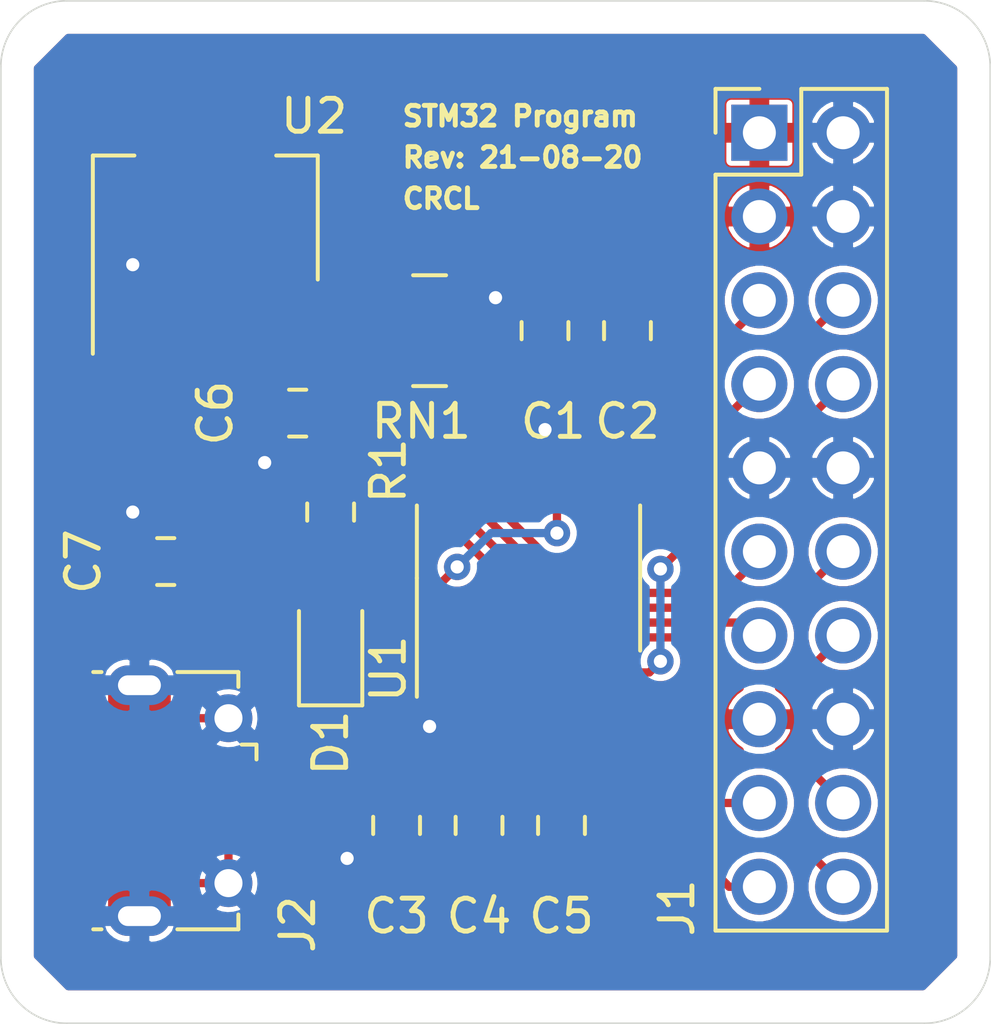
<source format=kicad_pcb>
(kicad_pcb (version 20171130) (host pcbnew "(5.1.6)-1")

  (general
    (thickness 1.6)
    (drawings 11)
    (tracks 134)
    (zones 0)
    (modules 14)
    (nets 19)
  )

  (page A4)
  (layers
    (0 F.Cu signal)
    (31 B.Cu signal)
    (32 B.Adhes user)
    (33 F.Adhes user)
    (34 B.Paste user)
    (35 F.Paste user)
    (36 B.SilkS user)
    (37 F.SilkS user)
    (38 B.Mask user)
    (39 F.Mask user)
    (40 Dwgs.User user)
    (41 Cmts.User user)
    (42 Eco1.User user)
    (43 Eco2.User user)
    (44 Edge.Cuts user)
    (45 Margin user)
    (46 B.CrtYd user)
    (47 F.CrtYd user)
    (48 B.Fab user)
    (49 F.Fab user hide)
  )

  (setup
    (last_trace_width 0.25)
    (trace_clearance 0.2)
    (zone_clearance 0.2)
    (zone_45_only no)
    (trace_min 0.2)
    (via_size 0.8)
    (via_drill 0.4)
    (via_min_size 0.4)
    (via_min_drill 0.3)
    (uvia_size 0.3)
    (uvia_drill 0.1)
    (uvias_allowed no)
    (uvia_min_size 0.2)
    (uvia_min_drill 0.1)
    (edge_width 0.05)
    (segment_width 0.2)
    (pcb_text_width 0.3)
    (pcb_text_size 1.5 1.5)
    (mod_edge_width 0.12)
    (mod_text_size 1 1)
    (mod_text_width 0.15)
    (pad_size 1.524 1.524)
    (pad_drill 0.762)
    (pad_to_mask_clearance 0.05)
    (aux_axis_origin 0 0)
    (visible_elements 7FFFFFFF)
    (pcbplotparams
      (layerselection 0x010fc_ffffffff)
      (usegerberextensions false)
      (usegerberattributes true)
      (usegerberadvancedattributes true)
      (creategerberjobfile true)
      (excludeedgelayer true)
      (linewidth 0.100000)
      (plotframeref false)
      (viasonmask false)
      (mode 1)
      (useauxorigin false)
      (hpglpennumber 1)
      (hpglpenspeed 20)
      (hpglpendiameter 15.000000)
      (psnegative false)
      (psa4output false)
      (plotreference true)
      (plotvalue true)
      (plotinvisibletext false)
      (padsonsilk false)
      (subtractmaskfromsilk false)
      (outputformat 1)
      (mirror false)
      (drillshape 1)
      (scaleselection 1)
      (outputdirectory ""))
  )

  (net 0 "")
  (net 1 GND)
  (net 2 +3V3)
  (net 3 "Net-(D1-Pad2)")
  (net 4 I2C1_SCL)
  (net 5 I2C1_SDA)
  (net 6 +5V)
  (net 7 "Net-(D1-Pad1)")
  (net 8 SWDIO)
  (net 9 SWCLK)
  (net 10 SPI1_NSS)
  (net 11 SPI1_SCK)
  (net 12 ADC_IN0)
  (net 13 SPI1_MISO)
  (net 14 ADC_IN1)
  (net 15 SPI1_MOSI)
  (net 16 USART1_TX)
  (net 17 USART1_RX)
  (net 18 "Net-(C3-Pad1)")

  (net_class Default "This is the default net class."
    (clearance 0.2)
    (trace_width 0.25)
    (via_dia 0.8)
    (via_drill 0.4)
    (uvia_dia 0.3)
    (uvia_drill 0.1)
    (add_net ADC_IN0)
    (add_net ADC_IN1)
    (add_net GND)
    (add_net I2C1_SCL)
    (add_net I2C1_SDA)
    (add_net "Net-(C3-Pad1)")
    (add_net "Net-(D1-Pad1)")
    (add_net "Net-(D1-Pad2)")
    (add_net SPI1_MISO)
    (add_net SPI1_MOSI)
    (add_net SPI1_NSS)
    (add_net SPI1_SCK)
    (add_net SWCLK)
    (add_net SWDIO)
    (add_net USART1_RX)
    (add_net USART1_TX)
  )

  (net_class 5v ""
    (clearance 0.2)
    (trace_width 0.4)
    (via_dia 0.8)
    (via_drill 0.4)
    (uvia_dia 0.3)
    (uvia_drill 0.1)
    (add_net +5V)
  )

  (net_class Power ""
    (clearance 0.2)
    (trace_width 0.35)
    (via_dia 0.8)
    (via_drill 0.4)
    (uvia_dia 0.3)
    (uvia_drill 0.1)
    (add_net +3V3)
  )

  (module Capacitor_SMD:C_0805_2012Metric_Pad1.15x1.40mm_HandSolder (layer F.Cu) (tedit 5B36C52B) (tstamp 5F3E2515)
    (at 161.5 88 90)
    (descr "Capacitor SMD 0805 (2012 Metric), square (rectangular) end terminal, IPC_7351 nominal with elongated pad for handsoldering. (Body size source: https://docs.google.com/spreadsheets/d/1BsfQQcO9C6DZCsRaXUlFlo91Tg2WpOkGARC1WS5S8t0/edit?usp=sharing), generated with kicad-footprint-generator")
    (tags "capacitor handsolder")
    (path /5F402A16)
    (attr smd)
    (fp_text reference C1 (at -2.75 0.25 180) (layer F.SilkS)
      (effects (font (size 1 1) (thickness 0.15)))
    )
    (fp_text value 10nF (at 0 1.65 90) (layer F.Fab)
      (effects (font (size 1 1) (thickness 0.15)))
    )
    (fp_line (start 1.85 0.95) (end -1.85 0.95) (layer F.CrtYd) (width 0.05))
    (fp_line (start 1.85 -0.95) (end 1.85 0.95) (layer F.CrtYd) (width 0.05))
    (fp_line (start -1.85 -0.95) (end 1.85 -0.95) (layer F.CrtYd) (width 0.05))
    (fp_line (start -1.85 0.95) (end -1.85 -0.95) (layer F.CrtYd) (width 0.05))
    (fp_line (start -0.261252 0.71) (end 0.261252 0.71) (layer F.SilkS) (width 0.12))
    (fp_line (start -0.261252 -0.71) (end 0.261252 -0.71) (layer F.SilkS) (width 0.12))
    (fp_line (start 1 0.6) (end -1 0.6) (layer F.Fab) (width 0.1))
    (fp_line (start 1 -0.6) (end 1 0.6) (layer F.Fab) (width 0.1))
    (fp_line (start -1 -0.6) (end 1 -0.6) (layer F.Fab) (width 0.1))
    (fp_line (start -1 0.6) (end -1 -0.6) (layer F.Fab) (width 0.1))
    (fp_text user %R (at 0 0 90) (layer F.Fab)
      (effects (font (size 0.5 0.5) (thickness 0.08)))
    )
    (pad 2 smd roundrect (at 1.025 0 90) (size 1.15 1.4) (layers F.Cu F.Paste F.Mask) (roundrect_rratio 0.217391)
      (net 1 GND))
    (pad 1 smd roundrect (at -1.025 0 90) (size 1.15 1.4) (layers F.Cu F.Paste F.Mask) (roundrect_rratio 0.217391)
      (net 2 +3V3))
    (model ${KISYS3DMOD}/Capacitor_SMD.3dshapes/C_0805_2012Metric.wrl
      (at (xyz 0 0 0))
      (scale (xyz 1 1 1))
      (rotate (xyz 0 0 0))
    )
  )

  (module Capacitor_SMD:C_0805_2012Metric_Pad1.15x1.40mm_HandSolder (layer F.Cu) (tedit 5B36C52B) (tstamp 5F3E2526)
    (at 164 88 90)
    (descr "Capacitor SMD 0805 (2012 Metric), square (rectangular) end terminal, IPC_7351 nominal with elongated pad for handsoldering. (Body size source: https://docs.google.com/spreadsheets/d/1BsfQQcO9C6DZCsRaXUlFlo91Tg2WpOkGARC1WS5S8t0/edit?usp=sharing), generated with kicad-footprint-generator")
    (tags "capacitor handsolder")
    (path /5F405184)
    (attr smd)
    (fp_text reference C2 (at -2.75 0 180) (layer F.SilkS)
      (effects (font (size 1 1) (thickness 0.15)))
    )
    (fp_text value 1nF (at 0 1.65 90) (layer F.Fab)
      (effects (font (size 1 1) (thickness 0.15)))
    )
    (fp_line (start -1 0.6) (end -1 -0.6) (layer F.Fab) (width 0.1))
    (fp_line (start -1 -0.6) (end 1 -0.6) (layer F.Fab) (width 0.1))
    (fp_line (start 1 -0.6) (end 1 0.6) (layer F.Fab) (width 0.1))
    (fp_line (start 1 0.6) (end -1 0.6) (layer F.Fab) (width 0.1))
    (fp_line (start -0.261252 -0.71) (end 0.261252 -0.71) (layer F.SilkS) (width 0.12))
    (fp_line (start -0.261252 0.71) (end 0.261252 0.71) (layer F.SilkS) (width 0.12))
    (fp_line (start -1.85 0.95) (end -1.85 -0.95) (layer F.CrtYd) (width 0.05))
    (fp_line (start -1.85 -0.95) (end 1.85 -0.95) (layer F.CrtYd) (width 0.05))
    (fp_line (start 1.85 -0.95) (end 1.85 0.95) (layer F.CrtYd) (width 0.05))
    (fp_line (start 1.85 0.95) (end -1.85 0.95) (layer F.CrtYd) (width 0.05))
    (fp_text user %R (at 0 0 90) (layer F.Fab)
      (effects (font (size 0.5 0.5) (thickness 0.08)))
    )
    (pad 1 smd roundrect (at -1.025 0 90) (size 1.15 1.4) (layers F.Cu F.Paste F.Mask) (roundrect_rratio 0.217391)
      (net 2 +3V3))
    (pad 2 smd roundrect (at 1.025 0 90) (size 1.15 1.4) (layers F.Cu F.Paste F.Mask) (roundrect_rratio 0.217391)
      (net 1 GND))
    (model ${KISYS3DMOD}/Capacitor_SMD.3dshapes/C_0805_2012Metric.wrl
      (at (xyz 0 0 0))
      (scale (xyz 1 1 1))
      (rotate (xyz 0 0 0))
    )
  )

  (module Capacitor_SMD:C_0805_2012Metric_Pad1.15x1.40mm_HandSolder (layer F.Cu) (tedit 5B36C52B) (tstamp 5F3E2537)
    (at 157 103 270)
    (descr "Capacitor SMD 0805 (2012 Metric), square (rectangular) end terminal, IPC_7351 nominal with elongated pad for handsoldering. (Body size source: https://docs.google.com/spreadsheets/d/1BsfQQcO9C6DZCsRaXUlFlo91Tg2WpOkGARC1WS5S8t0/edit?usp=sharing), generated with kicad-footprint-generator")
    (tags "capacitor handsolder")
    (path /5F3ECACD)
    (attr smd)
    (fp_text reference C3 (at 2.75 0 180) (layer F.SilkS)
      (effects (font (size 1 1) (thickness 0.15)))
    )
    (fp_text value 0.1uF (at 0 1.65 90) (layer F.Fab)
      (effects (font (size 1 1) (thickness 0.15)))
    )
    (fp_line (start -1 0.6) (end -1 -0.6) (layer F.Fab) (width 0.1))
    (fp_line (start -1 -0.6) (end 1 -0.6) (layer F.Fab) (width 0.1))
    (fp_line (start 1 -0.6) (end 1 0.6) (layer F.Fab) (width 0.1))
    (fp_line (start 1 0.6) (end -1 0.6) (layer F.Fab) (width 0.1))
    (fp_line (start -0.261252 -0.71) (end 0.261252 -0.71) (layer F.SilkS) (width 0.12))
    (fp_line (start -0.261252 0.71) (end 0.261252 0.71) (layer F.SilkS) (width 0.12))
    (fp_line (start -1.85 0.95) (end -1.85 -0.95) (layer F.CrtYd) (width 0.05))
    (fp_line (start -1.85 -0.95) (end 1.85 -0.95) (layer F.CrtYd) (width 0.05))
    (fp_line (start 1.85 -0.95) (end 1.85 0.95) (layer F.CrtYd) (width 0.05))
    (fp_line (start 1.85 0.95) (end -1.85 0.95) (layer F.CrtYd) (width 0.05))
    (fp_text user %R (at 0 0 90) (layer F.Fab)
      (effects (font (size 0.5 0.5) (thickness 0.08)))
    )
    (pad 1 smd roundrect (at -1.025 0 270) (size 1.15 1.4) (layers F.Cu F.Paste F.Mask) (roundrect_rratio 0.217391)
      (net 18 "Net-(C3-Pad1)"))
    (pad 2 smd roundrect (at 1.025 0 270) (size 1.15 1.4) (layers F.Cu F.Paste F.Mask) (roundrect_rratio 0.217391)
      (net 1 GND))
    (model ${KISYS3DMOD}/Capacitor_SMD.3dshapes/C_0805_2012Metric.wrl
      (at (xyz 0 0 0))
      (scale (xyz 1 1 1))
      (rotate (xyz 0 0 0))
    )
  )

  (module Capacitor_SMD:C_0805_2012Metric_Pad1.15x1.40mm_HandSolder (layer F.Cu) (tedit 5B36C52B) (tstamp 5F3E2548)
    (at 159.5 103 270)
    (descr "Capacitor SMD 0805 (2012 Metric), square (rectangular) end terminal, IPC_7351 nominal with elongated pad for handsoldering. (Body size source: https://docs.google.com/spreadsheets/d/1BsfQQcO9C6DZCsRaXUlFlo91Tg2WpOkGARC1WS5S8t0/edit?usp=sharing), generated with kicad-footprint-generator")
    (tags "capacitor handsolder")
    (path /5F418FE3)
    (attr smd)
    (fp_text reference C4 (at 2.75 0 180) (layer F.SilkS)
      (effects (font (size 1 1) (thickness 0.15)))
    )
    (fp_text value 100nF (at 0 1.65 90) (layer F.Fab)
      (effects (font (size 1 1) (thickness 0.15)))
    )
    (fp_line (start 1.85 0.95) (end -1.85 0.95) (layer F.CrtYd) (width 0.05))
    (fp_line (start 1.85 -0.95) (end 1.85 0.95) (layer F.CrtYd) (width 0.05))
    (fp_line (start -1.85 -0.95) (end 1.85 -0.95) (layer F.CrtYd) (width 0.05))
    (fp_line (start -1.85 0.95) (end -1.85 -0.95) (layer F.CrtYd) (width 0.05))
    (fp_line (start -0.261252 0.71) (end 0.261252 0.71) (layer F.SilkS) (width 0.12))
    (fp_line (start -0.261252 -0.71) (end 0.261252 -0.71) (layer F.SilkS) (width 0.12))
    (fp_line (start 1 0.6) (end -1 0.6) (layer F.Fab) (width 0.1))
    (fp_line (start 1 -0.6) (end 1 0.6) (layer F.Fab) (width 0.1))
    (fp_line (start -1 -0.6) (end 1 -0.6) (layer F.Fab) (width 0.1))
    (fp_line (start -1 0.6) (end -1 -0.6) (layer F.Fab) (width 0.1))
    (fp_text user %R (at 0 0 90) (layer F.Fab)
      (effects (font (size 0.5 0.5) (thickness 0.08)))
    )
    (pad 2 smd roundrect (at 1.025 0 270) (size 1.15 1.4) (layers F.Cu F.Paste F.Mask) (roundrect_rratio 0.217391)
      (net 1 GND))
    (pad 1 smd roundrect (at -1.025 0 270) (size 1.15 1.4) (layers F.Cu F.Paste F.Mask) (roundrect_rratio 0.217391)
      (net 2 +3V3))
    (model ${KISYS3DMOD}/Capacitor_SMD.3dshapes/C_0805_2012Metric.wrl
      (at (xyz 0 0 0))
      (scale (xyz 1 1 1))
      (rotate (xyz 0 0 0))
    )
  )

  (module Capacitor_SMD:C_0805_2012Metric_Pad1.15x1.40mm_HandSolder (layer F.Cu) (tedit 5B36C52B) (tstamp 5F3E2559)
    (at 162 103 270)
    (descr "Capacitor SMD 0805 (2012 Metric), square (rectangular) end terminal, IPC_7351 nominal with elongated pad for handsoldering. (Body size source: https://docs.google.com/spreadsheets/d/1BsfQQcO9C6DZCsRaXUlFlo91Tg2WpOkGARC1WS5S8t0/edit?usp=sharing), generated with kicad-footprint-generator")
    (tags "capacitor handsolder")
    (path /5F419A34)
    (attr smd)
    (fp_text reference C5 (at 2.75 0 180) (layer F.SilkS)
      (effects (font (size 1 1) (thickness 0.15)))
    )
    (fp_text value 4.7nF (at 0 1.65 90) (layer F.Fab)
      (effects (font (size 1 1) (thickness 0.15)))
    )
    (fp_line (start -1 0.6) (end -1 -0.6) (layer F.Fab) (width 0.1))
    (fp_line (start -1 -0.6) (end 1 -0.6) (layer F.Fab) (width 0.1))
    (fp_line (start 1 -0.6) (end 1 0.6) (layer F.Fab) (width 0.1))
    (fp_line (start 1 0.6) (end -1 0.6) (layer F.Fab) (width 0.1))
    (fp_line (start -0.261252 -0.71) (end 0.261252 -0.71) (layer F.SilkS) (width 0.12))
    (fp_line (start -0.261252 0.71) (end 0.261252 0.71) (layer F.SilkS) (width 0.12))
    (fp_line (start -1.85 0.95) (end -1.85 -0.95) (layer F.CrtYd) (width 0.05))
    (fp_line (start -1.85 -0.95) (end 1.85 -0.95) (layer F.CrtYd) (width 0.05))
    (fp_line (start 1.85 -0.95) (end 1.85 0.95) (layer F.CrtYd) (width 0.05))
    (fp_line (start 1.85 0.95) (end -1.85 0.95) (layer F.CrtYd) (width 0.05))
    (fp_text user %R (at 0 0 90) (layer F.Fab)
      (effects (font (size 0.5 0.5) (thickness 0.08)))
    )
    (pad 1 smd roundrect (at -1.025 0 270) (size 1.15 1.4) (layers F.Cu F.Paste F.Mask) (roundrect_rratio 0.217391)
      (net 2 +3V3))
    (pad 2 smd roundrect (at 1.025 0 270) (size 1.15 1.4) (layers F.Cu F.Paste F.Mask) (roundrect_rratio 0.217391)
      (net 1 GND))
    (model ${KISYS3DMOD}/Capacitor_SMD.3dshapes/C_0805_2012Metric.wrl
      (at (xyz 0 0 0))
      (scale (xyz 1 1 1))
      (rotate (xyz 0 0 0))
    )
  )

  (module LED_SMD:LED_0805_2012Metric_Pad1.15x1.40mm_HandSolder (layer F.Cu) (tedit 5B4B45C9) (tstamp 5F3E256C)
    (at 155 97.5 90)
    (descr "LED SMD 0805 (2012 Metric), square (rectangular) end terminal, IPC_7351 nominal, (Body size source: https://docs.google.com/spreadsheets/d/1BsfQQcO9C6DZCsRaXUlFlo91Tg2WpOkGARC1WS5S8t0/edit?usp=sharing), generated with kicad-footprint-generator")
    (tags "LED handsolder")
    (path /5F3E1F2E)
    (attr smd)
    (fp_text reference D1 (at -3 0 90) (layer F.SilkS)
      (effects (font (size 1 1) (thickness 0.15)))
    )
    (fp_text value LED (at 0 1.65 90) (layer F.Fab)
      (effects (font (size 1 1) (thickness 0.15)))
    )
    (fp_line (start 1 -0.6) (end -0.7 -0.6) (layer F.Fab) (width 0.1))
    (fp_line (start -0.7 -0.6) (end -1 -0.3) (layer F.Fab) (width 0.1))
    (fp_line (start -1 -0.3) (end -1 0.6) (layer F.Fab) (width 0.1))
    (fp_line (start -1 0.6) (end 1 0.6) (layer F.Fab) (width 0.1))
    (fp_line (start 1 0.6) (end 1 -0.6) (layer F.Fab) (width 0.1))
    (fp_line (start 1 -0.96) (end -1.86 -0.96) (layer F.SilkS) (width 0.12))
    (fp_line (start -1.86 -0.96) (end -1.86 0.96) (layer F.SilkS) (width 0.12))
    (fp_line (start -1.86 0.96) (end 1 0.96) (layer F.SilkS) (width 0.12))
    (fp_line (start -1.85 0.95) (end -1.85 -0.95) (layer F.CrtYd) (width 0.05))
    (fp_line (start -1.85 -0.95) (end 1.85 -0.95) (layer F.CrtYd) (width 0.05))
    (fp_line (start 1.85 -0.95) (end 1.85 0.95) (layer F.CrtYd) (width 0.05))
    (fp_line (start 1.85 0.95) (end -1.85 0.95) (layer F.CrtYd) (width 0.05))
    (fp_text user %R (at 0 0 90) (layer F.Fab)
      (effects (font (size 0.5 0.5) (thickness 0.08)))
    )
    (pad 1 smd roundrect (at -1.025 0 90) (size 1.15 1.4) (layers F.Cu F.Paste F.Mask) (roundrect_rratio 0.217391)
      (net 7 "Net-(D1-Pad1)"))
    (pad 2 smd roundrect (at 1.025 0 90) (size 1.15 1.4) (layers F.Cu F.Paste F.Mask) (roundrect_rratio 0.217391)
      (net 3 "Net-(D1-Pad2)"))
    (model ${KISYS3DMOD}/LED_SMD.3dshapes/LED_0805_2012Metric.wrl
      (at (xyz 0 0 0))
      (scale (xyz 1 1 1))
      (rotate (xyz 0 0 0))
    )
  )

  (module Connector_PinHeader_2.54mm:PinHeader_2x10_P2.54mm_Vertical (layer F.Cu) (tedit 59FED5CC) (tstamp 5F3E2596)
    (at 168 82)
    (descr "Through hole straight pin header, 2x10, 2.54mm pitch, double rows")
    (tags "Through hole pin header THT 2x10 2.54mm double row")
    (path /5F3E2A76)
    (fp_text reference J1 (at -2.5 23.5 90) (layer F.SilkS)
      (effects (font (size 1 1) (thickness 0.15)))
    )
    (fp_text value Connector (at 1.27 25.19) (layer F.Fab)
      (effects (font (size 1 1) (thickness 0.15)))
    )
    (fp_line (start 0 -1.27) (end 3.81 -1.27) (layer F.Fab) (width 0.1))
    (fp_line (start 3.81 -1.27) (end 3.81 24.13) (layer F.Fab) (width 0.1))
    (fp_line (start 3.81 24.13) (end -1.27 24.13) (layer F.Fab) (width 0.1))
    (fp_line (start -1.27 24.13) (end -1.27 0) (layer F.Fab) (width 0.1))
    (fp_line (start -1.27 0) (end 0 -1.27) (layer F.Fab) (width 0.1))
    (fp_line (start -1.33 24.19) (end 3.87 24.19) (layer F.SilkS) (width 0.12))
    (fp_line (start -1.33 1.27) (end -1.33 24.19) (layer F.SilkS) (width 0.12))
    (fp_line (start 3.87 -1.33) (end 3.87 24.19) (layer F.SilkS) (width 0.12))
    (fp_line (start -1.33 1.27) (end 1.27 1.27) (layer F.SilkS) (width 0.12))
    (fp_line (start 1.27 1.27) (end 1.27 -1.33) (layer F.SilkS) (width 0.12))
    (fp_line (start 1.27 -1.33) (end 3.87 -1.33) (layer F.SilkS) (width 0.12))
    (fp_line (start -1.33 0) (end -1.33 -1.33) (layer F.SilkS) (width 0.12))
    (fp_line (start -1.33 -1.33) (end 0 -1.33) (layer F.SilkS) (width 0.12))
    (fp_line (start -1.8 -1.8) (end -1.8 24.65) (layer F.CrtYd) (width 0.05))
    (fp_line (start -1.8 24.65) (end 4.35 24.65) (layer F.CrtYd) (width 0.05))
    (fp_line (start 4.35 24.65) (end 4.35 -1.8) (layer F.CrtYd) (width 0.05))
    (fp_line (start 4.35 -1.8) (end -1.8 -1.8) (layer F.CrtYd) (width 0.05))
    (fp_text user %R (at 1.27 11.43 90) (layer F.Fab)
      (effects (font (size 1 1) (thickness 0.15)))
    )
    (pad 1 thru_hole rect (at 0 0) (size 1.7 1.7) (drill 1) (layers *.Cu *.Mask)
      (net 2 +3V3))
    (pad 2 thru_hole oval (at 2.54 0) (size 1.7 1.7) (drill 1) (layers *.Cu *.Mask)
      (net 1 GND))
    (pad 3 thru_hole oval (at 0 2.54) (size 1.7 1.7) (drill 1) (layers *.Cu *.Mask)
      (net 2 +3V3))
    (pad 4 thru_hole oval (at 2.54 2.54) (size 1.7 1.7) (drill 1) (layers *.Cu *.Mask)
      (net 1 GND))
    (pad 5 thru_hole oval (at 0 5.08) (size 1.7 1.7) (drill 1) (layers *.Cu *.Mask)
      (net 11 SPI1_SCK))
    (pad 6 thru_hole oval (at 2.54 5.08) (size 1.7 1.7) (drill 1) (layers *.Cu *.Mask)
      (net 13 SPI1_MISO))
    (pad 7 thru_hole oval (at 0 7.62) (size 1.7 1.7) (drill 1) (layers *.Cu *.Mask)
      (net 15 SPI1_MOSI))
    (pad 8 thru_hole oval (at 2.54 7.62) (size 1.7 1.7) (drill 1) (layers *.Cu *.Mask)
      (net 10 SPI1_NSS))
    (pad 9 thru_hole oval (at 0 10.16) (size 1.7 1.7) (drill 1) (layers *.Cu *.Mask)
      (net 1 GND))
    (pad 10 thru_hole oval (at 2.54 10.16) (size 1.7 1.7) (drill 1) (layers *.Cu *.Mask)
      (net 1 GND))
    (pad 11 thru_hole oval (at 0 12.7) (size 1.7 1.7) (drill 1) (layers *.Cu *.Mask)
      (net 4 I2C1_SCL))
    (pad 12 thru_hole oval (at 2.54 12.7) (size 1.7 1.7) (drill 1) (layers *.Cu *.Mask)
      (net 5 I2C1_SDA))
    (pad 13 thru_hole oval (at 0 15.24) (size 1.7 1.7) (drill 1) (layers *.Cu *.Mask)
      (net 8 SWDIO))
    (pad 14 thru_hole oval (at 2.54 15.24) (size 1.7 1.7) (drill 1) (layers *.Cu *.Mask)
      (net 9 SWCLK))
    (pad 15 thru_hole oval (at 0 17.78) (size 1.7 1.7) (drill 1) (layers *.Cu *.Mask)
      (net 2 +3V3))
    (pad 16 thru_hole oval (at 2.54 17.78) (size 1.7 1.7) (drill 1) (layers *.Cu *.Mask)
      (net 1 GND))
    (pad 17 thru_hole oval (at 0 20.32) (size 1.7 1.7) (drill 1) (layers *.Cu *.Mask)
      (net 16 USART1_TX))
    (pad 18 thru_hole oval (at 2.54 20.32) (size 1.7 1.7) (drill 1) (layers *.Cu *.Mask)
      (net 17 USART1_RX))
    (pad 19 thru_hole oval (at 0 22.86) (size 1.7 1.7) (drill 1) (layers *.Cu *.Mask)
      (net 12 ADC_IN0))
    (pad 20 thru_hole oval (at 2.54 22.86) (size 1.7 1.7) (drill 1) (layers *.Cu *.Mask)
      (net 14 ADC_IN1))
    (model ${KISYS3DMOD}/Connector_PinHeader_2.54mm.3dshapes/PinHeader_2x10_P2.54mm_Vertical.wrl
      (at (xyz 0 0 0))
      (scale (xyz 1 1 1))
      (rotate (xyz 0 0 0))
    )
  )

  (module Resistor_SMD:R_0805_2012Metric_Pad1.15x1.40mm_HandSolder (layer F.Cu) (tedit 5B36C52B) (tstamp 5F3E25C5)
    (at 155 93.5 90)
    (descr "Resistor SMD 0805 (2012 Metric), square (rectangular) end terminal, IPC_7351 nominal with elongated pad for handsoldering. (Body size source: https://docs.google.com/spreadsheets/d/1BsfQQcO9C6DZCsRaXUlFlo91Tg2WpOkGARC1WS5S8t0/edit?usp=sharing), generated with kicad-footprint-generator")
    (tags "resistor handsolder")
    (path /5F3E198A)
    (attr smd)
    (fp_text reference R1 (at 1.25 1.75 90) (layer F.SilkS)
      (effects (font (size 1 1) (thickness 0.15)))
    )
    (fp_text value 330 (at 0 1.65 90) (layer F.Fab)
      (effects (font (size 1 1) (thickness 0.15)))
    )
    (fp_line (start -1 0.6) (end -1 -0.6) (layer F.Fab) (width 0.1))
    (fp_line (start -1 -0.6) (end 1 -0.6) (layer F.Fab) (width 0.1))
    (fp_line (start 1 -0.6) (end 1 0.6) (layer F.Fab) (width 0.1))
    (fp_line (start 1 0.6) (end -1 0.6) (layer F.Fab) (width 0.1))
    (fp_line (start -0.261252 -0.71) (end 0.261252 -0.71) (layer F.SilkS) (width 0.12))
    (fp_line (start -0.261252 0.71) (end 0.261252 0.71) (layer F.SilkS) (width 0.12))
    (fp_line (start -1.85 0.95) (end -1.85 -0.95) (layer F.CrtYd) (width 0.05))
    (fp_line (start -1.85 -0.95) (end 1.85 -0.95) (layer F.CrtYd) (width 0.05))
    (fp_line (start 1.85 -0.95) (end 1.85 0.95) (layer F.CrtYd) (width 0.05))
    (fp_line (start 1.85 0.95) (end -1.85 0.95) (layer F.CrtYd) (width 0.05))
    (fp_text user %R (at 0 0 90) (layer F.Fab)
      (effects (font (size 0.5 0.5) (thickness 0.08)))
    )
    (pad 1 smd roundrect (at -1.025 0 90) (size 1.15 1.4) (layers F.Cu F.Paste F.Mask) (roundrect_rratio 0.217391)
      (net 3 "Net-(D1-Pad2)"))
    (pad 2 smd roundrect (at 1.025 0 90) (size 1.15 1.4) (layers F.Cu F.Paste F.Mask) (roundrect_rratio 0.217391)
      (net 2 +3V3))
    (model ${KISYS3DMOD}/Resistor_SMD.3dshapes/R_0805_2012Metric.wrl
      (at (xyz 0 0 0))
      (scale (xyz 1 1 1))
      (rotate (xyz 0 0 0))
    )
  )

  (module Resistor_SMD:R_Array_Convex_4x0603 (layer F.Cu) (tedit 58E0A8B2) (tstamp 5F3E25DC)
    (at 158 88 180)
    (descr "Chip Resistor Network, ROHM MNR14 (see mnr_g.pdf)")
    (tags "resistor array")
    (path /5F43F577)
    (attr smd)
    (fp_text reference RN1 (at 0.25 -2.75) (layer F.SilkS)
      (effects (font (size 1 1) (thickness 0.15)))
    )
    (fp_text value R_Pack04 (at 0 2.8) (layer F.Fab)
      (effects (font (size 1 1) (thickness 0.15)))
    )
    (fp_line (start -0.8 -1.6) (end 0.8 -1.6) (layer F.Fab) (width 0.1))
    (fp_line (start 0.8 -1.6) (end 0.8 1.6) (layer F.Fab) (width 0.1))
    (fp_line (start 0.8 1.6) (end -0.8 1.6) (layer F.Fab) (width 0.1))
    (fp_line (start -0.8 1.6) (end -0.8 -1.6) (layer F.Fab) (width 0.1))
    (fp_line (start 0.5 1.68) (end -0.5 1.68) (layer F.SilkS) (width 0.12))
    (fp_line (start 0.5 -1.68) (end -0.5 -1.68) (layer F.SilkS) (width 0.12))
    (fp_line (start -1.55 -1.85) (end 1.55 -1.85) (layer F.CrtYd) (width 0.05))
    (fp_line (start -1.55 -1.85) (end -1.55 1.85) (layer F.CrtYd) (width 0.05))
    (fp_line (start 1.55 1.85) (end 1.55 -1.85) (layer F.CrtYd) (width 0.05))
    (fp_line (start 1.55 1.85) (end -1.55 1.85) (layer F.CrtYd) (width 0.05))
    (fp_text user %R (at 0 0 90) (layer F.Fab)
      (effects (font (size 0.5 0.5) (thickness 0.075)))
    )
    (pad 1 smd rect (at -0.9 -1.2 180) (size 0.8 0.5) (layers F.Cu F.Paste F.Mask)
      (net 5 I2C1_SDA))
    (pad 3 smd rect (at -0.9 0.4 180) (size 0.8 0.4) (layers F.Cu F.Paste F.Mask))
    (pad 2 smd rect (at -0.9 -0.4 180) (size 0.8 0.4) (layers F.Cu F.Paste F.Mask)
      (net 4 I2C1_SCL))
    (pad 4 smd rect (at -0.9 1.2 180) (size 0.8 0.5) (layers F.Cu F.Paste F.Mask))
    (pad 7 smd rect (at 0.9 -0.4 180) (size 0.8 0.4) (layers F.Cu F.Paste F.Mask)
      (net 2 +3V3))
    (pad 8 smd rect (at 0.9 -1.2 180) (size 0.8 0.5) (layers F.Cu F.Paste F.Mask)
      (net 2 +3V3))
    (pad 6 smd rect (at 0.9 0.4 180) (size 0.8 0.4) (layers F.Cu F.Paste F.Mask))
    (pad 5 smd rect (at 0.9 1.2 180) (size 0.8 0.5) (layers F.Cu F.Paste F.Mask))
    (model ${KISYS3DMOD}/Resistor_SMD.3dshapes/R_Array_Convex_4x0603.wrl
      (at (xyz 0 0 0))
      (scale (xyz 1 1 1))
      (rotate (xyz 0 0 0))
    )
  )

  (module Package_SO:TSSOP-20_4.4x6.5mm_P0.65mm (layer F.Cu) (tedit 5E476F32) (tstamp 5F3E2602)
    (at 161 95.5 90)
    (descr "TSSOP, 20 Pin (JEDEC MO-153 Var AC https://www.jedec.org/document_search?search_api_views_fulltext=MO-153), generated with kicad-footprint-generator ipc_gullwing_generator.py")
    (tags "TSSOP SO")
    (path /5F3EDF55)
    (attr smd)
    (fp_text reference U1 (at -2.75 -4.25 270) (layer F.SilkS)
      (effects (font (size 1 1) (thickness 0.15)))
    )
    (fp_text value STM32F030 (at 0 4.2 90) (layer F.Fab)
      (effects (font (size 1 1) (thickness 0.15)))
    )
    (fp_line (start 0 3.385) (end 2.2 3.385) (layer F.SilkS) (width 0.12))
    (fp_line (start 0 3.385) (end -2.2 3.385) (layer F.SilkS) (width 0.12))
    (fp_line (start 0 -3.385) (end 2.2 -3.385) (layer F.SilkS) (width 0.12))
    (fp_line (start 0 -3.385) (end -3.6 -3.385) (layer F.SilkS) (width 0.12))
    (fp_line (start -1.2 -3.25) (end 2.2 -3.25) (layer F.Fab) (width 0.1))
    (fp_line (start 2.2 -3.25) (end 2.2 3.25) (layer F.Fab) (width 0.1))
    (fp_line (start 2.2 3.25) (end -2.2 3.25) (layer F.Fab) (width 0.1))
    (fp_line (start -2.2 3.25) (end -2.2 -2.25) (layer F.Fab) (width 0.1))
    (fp_line (start -2.2 -2.25) (end -1.2 -3.25) (layer F.Fab) (width 0.1))
    (fp_line (start -3.85 -3.5) (end -3.85 3.5) (layer F.CrtYd) (width 0.05))
    (fp_line (start -3.85 3.5) (end 3.85 3.5) (layer F.CrtYd) (width 0.05))
    (fp_line (start 3.85 3.5) (end 3.85 -3.5) (layer F.CrtYd) (width 0.05))
    (fp_line (start 3.85 -3.5) (end -3.85 -3.5) (layer F.CrtYd) (width 0.05))
    (fp_text user %R (at 0 0 90) (layer F.Fab)
      (effects (font (size 1 1) (thickness 0.15)))
    )
    (pad 1 smd roundrect (at -2.8625 -2.925 90) (size 1.475 0.4) (layers F.Cu F.Paste F.Mask) (roundrect_rratio 0.25)
      (net 1 GND))
    (pad 2 smd roundrect (at -2.8625 -2.275 90) (size 1.475 0.4) (layers F.Cu F.Paste F.Mask) (roundrect_rratio 0.25))
    (pad 3 smd roundrect (at -2.8625 -1.625 90) (size 1.475 0.4) (layers F.Cu F.Paste F.Mask) (roundrect_rratio 0.25))
    (pad 4 smd roundrect (at -2.8625 -0.975 90) (size 1.475 0.4) (layers F.Cu F.Paste F.Mask) (roundrect_rratio 0.25)
      (net 18 "Net-(C3-Pad1)"))
    (pad 5 smd roundrect (at -2.8625 -0.325 90) (size 1.475 0.4) (layers F.Cu F.Paste F.Mask) (roundrect_rratio 0.25)
      (net 2 +3V3))
    (pad 6 smd roundrect (at -2.8625 0.325 90) (size 1.475 0.4) (layers F.Cu F.Paste F.Mask) (roundrect_rratio 0.25)
      (net 12 ADC_IN0))
    (pad 7 smd roundrect (at -2.8625 0.975 90) (size 1.475 0.4) (layers F.Cu F.Paste F.Mask) (roundrect_rratio 0.25)
      (net 14 ADC_IN1))
    (pad 8 smd roundrect (at -2.8625 1.625 90) (size 1.475 0.4) (layers F.Cu F.Paste F.Mask) (roundrect_rratio 0.25)
      (net 16 USART1_TX))
    (pad 9 smd roundrect (at -2.8625 2.275 90) (size 1.475 0.4) (layers F.Cu F.Paste F.Mask) (roundrect_rratio 0.25)
      (net 17 USART1_RX))
    (pad 10 smd roundrect (at -2.8625 2.925 90) (size 1.475 0.4) (layers F.Cu F.Paste F.Mask) (roundrect_rratio 0.25)
      (net 10 SPI1_NSS))
    (pad 11 smd roundrect (at 2.8625 2.925 90) (size 1.475 0.4) (layers F.Cu F.Paste F.Mask) (roundrect_rratio 0.25)
      (net 11 SPI1_SCK))
    (pad 12 smd roundrect (at 2.8625 2.275 90) (size 1.475 0.4) (layers F.Cu F.Paste F.Mask) (roundrect_rratio 0.25)
      (net 13 SPI1_MISO))
    (pad 13 smd roundrect (at 2.8625 1.625 90) (size 1.475 0.4) (layers F.Cu F.Paste F.Mask) (roundrect_rratio 0.25)
      (net 15 SPI1_MOSI))
    (pad 14 smd roundrect (at 2.8625 0.975 90) (size 1.475 0.4) (layers F.Cu F.Paste F.Mask) (roundrect_rratio 0.25)
      (net 7 "Net-(D1-Pad1)"))
    (pad 15 smd roundrect (at 2.8625 0.325 90) (size 1.475 0.4) (layers F.Cu F.Paste F.Mask) (roundrect_rratio 0.25)
      (net 1 GND))
    (pad 16 smd roundrect (at 2.8625 -0.325 90) (size 1.475 0.4) (layers F.Cu F.Paste F.Mask) (roundrect_rratio 0.25)
      (net 2 +3V3))
    (pad 17 smd roundrect (at 2.8625 -0.975 90) (size 1.475 0.4) (layers F.Cu F.Paste F.Mask) (roundrect_rratio 0.25)
      (net 4 I2C1_SCL))
    (pad 18 smd roundrect (at 2.8625 -1.625 90) (size 1.475 0.4) (layers F.Cu F.Paste F.Mask) (roundrect_rratio 0.25)
      (net 5 I2C1_SDA))
    (pad 19 smd roundrect (at 2.8625 -2.275 90) (size 1.475 0.4) (layers F.Cu F.Paste F.Mask) (roundrect_rratio 0.25)
      (net 8 SWDIO))
    (pad 20 smd roundrect (at 2.8625 -2.925 90) (size 1.475 0.4) (layers F.Cu F.Paste F.Mask) (roundrect_rratio 0.25)
      (net 9 SWCLK))
    (model ${KISYS3DMOD}/Package_SO.3dshapes/TSSOP-20_4.4x6.5mm_P0.65mm.wrl
      (at (xyz 0 0 0))
      (scale (xyz 1 1 1))
      (rotate (xyz 0 0 0))
    )
  )

  (module Package_TO_SOT_SMD:SOT-223-3_TabPin2 (layer F.Cu) (tedit 5A02FF57) (tstamp 5F3E2618)
    (at 151.2 84.6 90)
    (descr "module CMS SOT223 4 pins")
    (tags "CMS SOT")
    (path /5F47B7C4)
    (attr smd)
    (fp_text reference U2 (at 3.1 3.3) (layer F.SilkS)
      (effects (font (size 1 1) (thickness 0.15)))
    )
    (fp_text value LD1117S33TR_SOT223 (at 0 4.5 90) (layer F.Fab)
      (effects (font (size 1 1) (thickness 0.15)))
    )
    (fp_line (start 1.91 3.41) (end 1.91 2.15) (layer F.SilkS) (width 0.12))
    (fp_line (start 1.91 -3.41) (end 1.91 -2.15) (layer F.SilkS) (width 0.12))
    (fp_line (start 4.4 -3.6) (end -4.4 -3.6) (layer F.CrtYd) (width 0.05))
    (fp_line (start 4.4 3.6) (end 4.4 -3.6) (layer F.CrtYd) (width 0.05))
    (fp_line (start -4.4 3.6) (end 4.4 3.6) (layer F.CrtYd) (width 0.05))
    (fp_line (start -4.4 -3.6) (end -4.4 3.6) (layer F.CrtYd) (width 0.05))
    (fp_line (start -1.85 -2.35) (end -0.85 -3.35) (layer F.Fab) (width 0.1))
    (fp_line (start -1.85 -2.35) (end -1.85 3.35) (layer F.Fab) (width 0.1))
    (fp_line (start -1.85 3.41) (end 1.91 3.41) (layer F.SilkS) (width 0.12))
    (fp_line (start -0.85 -3.35) (end 1.85 -3.35) (layer F.Fab) (width 0.1))
    (fp_line (start -4.1 -3.41) (end 1.91 -3.41) (layer F.SilkS) (width 0.12))
    (fp_line (start -1.85 3.35) (end 1.85 3.35) (layer F.Fab) (width 0.1))
    (fp_line (start 1.85 -3.35) (end 1.85 3.35) (layer F.Fab) (width 0.1))
    (fp_text user %R (at 0 0) (layer F.Fab)
      (effects (font (size 0.8 0.8) (thickness 0.12)))
    )
    (pad 2 smd rect (at 3.15 0 90) (size 2 3.8) (layers F.Cu F.Paste F.Mask)
      (net 6 +5V))
    (pad 2 smd rect (at -3.15 0 90) (size 2 1.5) (layers F.Cu F.Paste F.Mask)
      (net 6 +5V))
    (pad 3 smd rect (at -3.15 2.3 90) (size 2 1.5) (layers F.Cu F.Paste F.Mask)
      (net 2 +3V3))
    (pad 1 smd rect (at -3.15 -2.3 90) (size 2 1.5) (layers F.Cu F.Paste F.Mask)
      (net 1 GND))
    (model ${KISYS3DMOD}/Package_TO_SOT_SMD.3dshapes/SOT-223.wrl
      (at (xyz 0 0 0))
      (scale (xyz 1 1 1))
      (rotate (xyz 0 0 0))
    )
  )

  (module Capacitor_SMD:C_0805_2012Metric_Pad1.15x1.40mm_HandSolder (layer F.Cu) (tedit 5B36C52B) (tstamp 5F4032AF)
    (at 154 90.5 180)
    (descr "Capacitor SMD 0805 (2012 Metric), square (rectangular) end terminal, IPC_7351 nominal with elongated pad for handsoldering. (Body size source: https://docs.google.com/spreadsheets/d/1BsfQQcO9C6DZCsRaXUlFlo91Tg2WpOkGARC1WS5S8t0/edit?usp=sharing), generated with kicad-footprint-generator")
    (tags "capacitor handsolder")
    (path /5F41A534)
    (attr smd)
    (fp_text reference C6 (at 2.5 0 90) (layer F.SilkS)
      (effects (font (size 1 1) (thickness 0.15)))
    )
    (fp_text value 1uF (at 0 1.65) (layer F.Fab)
      (effects (font (size 1 1) (thickness 0.15)))
    )
    (fp_line (start -1 0.6) (end -1 -0.6) (layer F.Fab) (width 0.1))
    (fp_line (start -1 -0.6) (end 1 -0.6) (layer F.Fab) (width 0.1))
    (fp_line (start 1 -0.6) (end 1 0.6) (layer F.Fab) (width 0.1))
    (fp_line (start 1 0.6) (end -1 0.6) (layer F.Fab) (width 0.1))
    (fp_line (start -0.261252 -0.71) (end 0.261252 -0.71) (layer F.SilkS) (width 0.12))
    (fp_line (start -0.261252 0.71) (end 0.261252 0.71) (layer F.SilkS) (width 0.12))
    (fp_line (start -1.85 0.95) (end -1.85 -0.95) (layer F.CrtYd) (width 0.05))
    (fp_line (start -1.85 -0.95) (end 1.85 -0.95) (layer F.CrtYd) (width 0.05))
    (fp_line (start 1.85 -0.95) (end 1.85 0.95) (layer F.CrtYd) (width 0.05))
    (fp_line (start 1.85 0.95) (end -1.85 0.95) (layer F.CrtYd) (width 0.05))
    (fp_text user %R (at 0 0) (layer F.Fab)
      (effects (font (size 0.5 0.5) (thickness 0.08)))
    )
    (pad 1 smd roundrect (at -1.025 0 180) (size 1.15 1.4) (layers F.Cu F.Paste F.Mask) (roundrect_rratio 0.217391)
      (net 2 +3V3))
    (pad 2 smd roundrect (at 1.025 0 180) (size 1.15 1.4) (layers F.Cu F.Paste F.Mask) (roundrect_rratio 0.217391)
      (net 1 GND))
    (model ${KISYS3DMOD}/Capacitor_SMD.3dshapes/C_0805_2012Metric.wrl
      (at (xyz 0 0 0))
      (scale (xyz 1 1 1))
      (rotate (xyz 0 0 0))
    )
  )

  (module Capacitor_SMD:C_0805_2012Metric_Pad1.15x1.40mm_HandSolder (layer F.Cu) (tedit 5B36C52B) (tstamp 5F4032C0)
    (at 150 95 180)
    (descr "Capacitor SMD 0805 (2012 Metric), square (rectangular) end terminal, IPC_7351 nominal with elongated pad for handsoldering. (Body size source: https://docs.google.com/spreadsheets/d/1BsfQQcO9C6DZCsRaXUlFlo91Tg2WpOkGARC1WS5S8t0/edit?usp=sharing), generated with kicad-footprint-generator")
    (tags "capacitor handsolder")
    (path /5F41B7FF)
    (attr smd)
    (fp_text reference C7 (at 2.5 0 90) (layer F.SilkS)
      (effects (font (size 1 1) (thickness 0.15)))
    )
    (fp_text value 10uF (at 0 1.65) (layer F.Fab)
      (effects (font (size 1 1) (thickness 0.15)))
    )
    (fp_line (start 1.85 0.95) (end -1.85 0.95) (layer F.CrtYd) (width 0.05))
    (fp_line (start 1.85 -0.95) (end 1.85 0.95) (layer F.CrtYd) (width 0.05))
    (fp_line (start -1.85 -0.95) (end 1.85 -0.95) (layer F.CrtYd) (width 0.05))
    (fp_line (start -1.85 0.95) (end -1.85 -0.95) (layer F.CrtYd) (width 0.05))
    (fp_line (start -0.261252 0.71) (end 0.261252 0.71) (layer F.SilkS) (width 0.12))
    (fp_line (start -0.261252 -0.71) (end 0.261252 -0.71) (layer F.SilkS) (width 0.12))
    (fp_line (start 1 0.6) (end -1 0.6) (layer F.Fab) (width 0.1))
    (fp_line (start 1 -0.6) (end 1 0.6) (layer F.Fab) (width 0.1))
    (fp_line (start -1 -0.6) (end 1 -0.6) (layer F.Fab) (width 0.1))
    (fp_line (start -1 0.6) (end -1 -0.6) (layer F.Fab) (width 0.1))
    (fp_text user %R (at 0 0) (layer F.Fab)
      (effects (font (size 0.5 0.5) (thickness 0.08)))
    )
    (pad 2 smd roundrect (at 1.025 0 180) (size 1.15 1.4) (layers F.Cu F.Paste F.Mask) (roundrect_rratio 0.217391)
      (net 1 GND))
    (pad 1 smd roundrect (at -1.025 0 180) (size 1.15 1.4) (layers F.Cu F.Paste F.Mask) (roundrect_rratio 0.217391)
      (net 6 +5V))
    (model ${KISYS3DMOD}/Capacitor_SMD.3dshapes/C_0805_2012Metric.wrl
      (at (xyz 0 0 0))
      (scale (xyz 1 1 1))
      (rotate (xyz 0 0 0))
    )
  )

  (module Connector_USB:USB_Micro-B_Molex-105017-0001 (layer F.Cu) (tedit 5A1DC0BE) (tstamp 5F41734F)
    (at 150.44 102.25 270)
    (descr http://www.molex.com/pdm_docs/sd/1050170001_sd.pdf)
    (tags "Micro-USB SMD Typ-B")
    (path /5F479FBB)
    (attr smd)
    (fp_text reference J2 (at 3.75 -3.56 90) (layer F.SilkS)
      (effects (font (size 1 1) (thickness 0.15)))
    )
    (fp_text value USB_B_Micro (at 0.3 4.3375 90) (layer F.Fab)
      (effects (font (size 1 1) (thickness 0.15)))
    )
    (fp_line (start -4.4 3.64) (end 4.4 3.64) (layer F.CrtYd) (width 0.05))
    (fp_line (start 4.4 -2.46) (end 4.4 3.64) (layer F.CrtYd) (width 0.05))
    (fp_line (start -4.4 -2.46) (end 4.4 -2.46) (layer F.CrtYd) (width 0.05))
    (fp_line (start -4.4 3.64) (end -4.4 -2.46) (layer F.CrtYd) (width 0.05))
    (fp_line (start -3.9 -1.7625) (end -3.45 -1.7625) (layer F.SilkS) (width 0.12))
    (fp_line (start -3.9 0.0875) (end -3.9 -1.7625) (layer F.SilkS) (width 0.12))
    (fp_line (start 3.9 2.6375) (end 3.9 2.3875) (layer F.SilkS) (width 0.12))
    (fp_line (start 3.75 3.3875) (end 3.75 -1.6125) (layer F.Fab) (width 0.1))
    (fp_line (start -3 2.689204) (end 3 2.689204) (layer F.Fab) (width 0.1))
    (fp_line (start -3.75 3.389204) (end 3.75 3.389204) (layer F.Fab) (width 0.1))
    (fp_line (start -3.75 -1.6125) (end 3.75 -1.6125) (layer F.Fab) (width 0.1))
    (fp_line (start -3.75 3.3875) (end -3.75 -1.6125) (layer F.Fab) (width 0.1))
    (fp_line (start -3.9 2.6375) (end -3.9 2.3875) (layer F.SilkS) (width 0.12))
    (fp_line (start 3.9 0.0875) (end 3.9 -1.7625) (layer F.SilkS) (width 0.12))
    (fp_line (start 3.9 -1.7625) (end 3.45 -1.7625) (layer F.SilkS) (width 0.12))
    (fp_line (start -1.7 -2.3125) (end -1.25 -2.3125) (layer F.SilkS) (width 0.12))
    (fp_line (start -1.7 -2.3125) (end -1.7 -1.8625) (layer F.SilkS) (width 0.12))
    (fp_line (start -1.3 -1.7125) (end -1.5 -1.9125) (layer F.Fab) (width 0.1))
    (fp_line (start -1.1 -1.9125) (end -1.3 -1.7125) (layer F.Fab) (width 0.1))
    (fp_line (start -1.5 -2.1225) (end -1.1 -2.1225) (layer F.Fab) (width 0.1))
    (fp_line (start -1.5 -2.1225) (end -1.5 -1.9125) (layer F.Fab) (width 0.1))
    (fp_line (start -1.1 -2.1225) (end -1.1 -1.9125) (layer F.Fab) (width 0.1))
    (fp_text user "PCB Edge" (at 0 2.6875 90) (layer Dwgs.User)
      (effects (font (size 0.5 0.5) (thickness 0.08)))
    )
    (fp_text user %R (at 0 0.8875 90) (layer F.Fab)
      (effects (font (size 1 1) (thickness 0.15)))
    )
    (pad 6 smd rect (at 1 1.2375 270) (size 1.5 1.9) (layers F.Cu F.Paste F.Mask)
      (net 1 GND))
    (pad 6 thru_hole circle (at -2.5 -1.4625 270) (size 1.45 1.45) (drill 0.85) (layers *.Cu *.Mask)
      (net 1 GND))
    (pad 2 smd rect (at -0.65 -1.4625 270) (size 0.4 1.35) (layers F.Cu F.Paste F.Mask))
    (pad 1 smd rect (at -1.3 -1.4625 270) (size 0.4 1.35) (layers F.Cu F.Paste F.Mask)
      (net 6 +5V))
    (pad 5 smd rect (at 1.3 -1.4625 270) (size 0.4 1.35) (layers F.Cu F.Paste F.Mask)
      (net 1 GND))
    (pad 4 smd rect (at 0.65 -1.4625 270) (size 0.4 1.35) (layers F.Cu F.Paste F.Mask))
    (pad 3 smd rect (at 0 -1.4625 270) (size 0.4 1.35) (layers F.Cu F.Paste F.Mask))
    (pad 6 thru_hole circle (at 2.5 -1.4625 270) (size 1.45 1.45) (drill 0.85) (layers *.Cu *.Mask)
      (net 1 GND))
    (pad 6 smd rect (at -1 1.2375 270) (size 1.5 1.9) (layers F.Cu F.Paste F.Mask)
      (net 1 GND))
    (pad 6 thru_hole oval (at -3.5 1.2375 90) (size 1.2 1.9) (drill oval 0.6 1.3) (layers *.Cu *.Mask)
      (net 1 GND))
    (pad 6 thru_hole oval (at 3.5 1.2375 270) (size 1.2 1.9) (drill oval 0.6 1.3) (layers *.Cu *.Mask)
      (net 1 GND))
    (pad 6 smd rect (at 2.9 1.2375 270) (size 1.2 1.9) (layers F.Cu F.Mask)
      (net 1 GND))
    (pad 6 smd rect (at -2.9 1.2375 270) (size 1.2 1.9) (layers F.Cu F.Mask)
      (net 1 GND))
    (model ${KISYS3DMOD}/Connector_USB.3dshapes/USB_Micro-B_Molex-105017-0001.wrl
      (at (xyz 0 0 0))
      (scale (xyz 1 1 1))
      (rotate (xyz 0 0 0))
    )
  )

  (gr_text CRCL (at 158.35 84) (layer F.SilkS)
    (effects (font (size 0.6 0.6) (thickness 0.15)))
  )
  (gr_text "Rev: 21-08-20" (at 160.821428 82.75) (layer F.SilkS)
    (effects (font (size 0.6 0.6) (thickness 0.15)))
  )
  (gr_text "STM32 Program" (at 160.75 81.5) (layer F.SilkS)
    (effects (font (size 0.6 0.6) (thickness 0.15)))
  )
  (gr_line (start 145 107) (end 145 80) (layer Edge.Cuts) (width 0.05) (tstamp 5F403DC3))
  (gr_line (start 173 109) (end 147 109) (layer Edge.Cuts) (width 0.05) (tstamp 5F403DC2))
  (gr_line (start 175 80) (end 175 107) (layer Edge.Cuts) (width 0.05) (tstamp 5F403DC1))
  (gr_line (start 147 78) (end 173 78) (layer Edge.Cuts) (width 0.05) (tstamp 5F403DC0))
  (gr_arc (start 147 107) (end 145 107) (angle -90) (layer Edge.Cuts) (width 0.05))
  (gr_arc (start 173 107) (end 173 109) (angle -90) (layer Edge.Cuts) (width 0.05))
  (gr_arc (start 173 80) (end 175 80) (angle -90) (layer Edge.Cuts) (width 0.05))
  (gr_arc (start 147 80) (end 147 78) (angle -90) (layer Edge.Cuts) (width 0.05))

  (segment (start 161.5 86.975) (end 164 86.975) (width 0.25) (layer F.Cu) (net 1) (status 30))
  (via (at 160 87) (size 0.8) (drill 0.4) (layers F.Cu B.Cu) (net 1))
  (segment (start 161.5 86.975) (end 160.025 86.975) (width 0.25) (layer F.Cu) (net 1) (status 10))
  (segment (start 160.025 86.975) (end 160 87) (width 0.25) (layer F.Cu) (net 1))
  (segment (start 157 104.025) (end 159.5 104.025) (width 0.25) (layer F.Cu) (net 1) (status 30))
  (segment (start 162 104.025) (end 159.5 104.025) (width 0.25) (layer F.Cu) (net 1) (status 30))
  (via (at 155.5 104) (size 0.8) (drill 0.4) (layers F.Cu B.Cu) (net 1))
  (segment (start 157 104.025) (end 155.525 104.025) (width 0.25) (layer F.Cu) (net 1) (status 10))
  (segment (start 155.525 104.025) (end 155.5 104) (width 0.25) (layer F.Cu) (net 1))
  (segment (start 149.2025 103.25) (end 149.2025 101.25) (width 0.25) (layer F.Cu) (net 1) (status 30))
  (segment (start 149.2025 101.25) (end 149.2025 99.35) (width 0.25) (layer F.Cu) (net 1) (status 30))
  (segment (start 149.2025 99.35) (end 149.2025 98.75) (width 0.25) (layer F.Cu) (net 1) (status 30))
  (segment (start 149.2025 105.15) (end 149.2025 105.75) (width 0.25) (layer F.Cu) (net 1) (status 30))
  (segment (start 149.6025 104.75) (end 149.2025 105.15) (width 0.25) (layer F.Cu) (net 1) (status 30))
  (segment (start 151.9025 104.75) (end 149.6025 104.75) (width 0.25) (layer F.Cu) (net 1) (status 30))
  (segment (start 149.6025 99.75) (end 149.2025 99.35) (width 0.25) (layer F.Cu) (net 1) (status 30))
  (segment (start 151.9025 99.75) (end 149.6025 99.75) (width 0.25) (layer F.Cu) (net 1) (status 30))
  (segment (start 151.9025 103.55) (end 151.9025 104.75) (width 0.25) (layer F.Cu) (net 1) (status 30))
  (segment (start 148.425 88.225) (end 148.9 87.75) (width 0.25) (layer F.Cu) (net 1) (status 30))
  (via (at 149 86) (size 0.8) (drill 0.4) (layers F.Cu B.Cu) (net 1))
  (segment (start 148.9 87.75) (end 148.9 86.1) (width 0.25) (layer F.Cu) (net 1) (status 10))
  (segment (start 148.9 86.1) (end 149 86) (width 0.25) (layer F.Cu) (net 1))
  (via (at 161.5 91) (size 0.8) (drill 0.4) (layers F.Cu B.Cu) (net 1))
  (segment (start 161.325 92.6375) (end 161.325 91.175) (width 0.25) (layer F.Cu) (net 1) (status 10))
  (segment (start 161.325 91.175) (end 161.5 91) (width 0.25) (layer F.Cu) (net 1))
  (via (at 158 100) (size 0.8) (drill 0.4) (layers F.Cu B.Cu) (net 1))
  (segment (start 158.075 98.3625) (end 158.075 99.925) (width 0.25) (layer F.Cu) (net 1) (status 10))
  (segment (start 158.075 99.925) (end 158 100) (width 0.25) (layer F.Cu) (net 1))
  (segment (start 152.975 90.5) (end 152.975 91.975) (width 0.25) (layer F.Cu) (net 1) (status 10))
  (via (at 153 92) (size 0.8) (drill 0.4) (layers F.Cu B.Cu) (net 1))
  (segment (start 152.975 91.975) (end 153 92) (width 0.25) (layer F.Cu) (net 1))
  (via (at 149 93.5) (size 0.8) (drill 0.4) (layers F.Cu B.Cu) (net 1))
  (segment (start 148.975 95) (end 148.975 93.525) (width 0.25) (layer F.Cu) (net 1) (status 10))
  (segment (start 148.975 93.525) (end 149 93.5) (width 0.25) (layer F.Cu) (net 1))
  (segment (start 161.5 89.025) (end 164 89.025) (width 0.35) (layer F.Cu) (net 2) (status 30))
  (segment (start 159.5 101.975) (end 162 101.975) (width 0.35) (layer F.Cu) (net 2) (status 30))
  (segment (start 159.10001 101.57501) (end 159.5 101.975) (width 0.35) (layer F.Cu) (net 2) (status 30))
  (segment (start 155.8 90.5) (end 157.1 89.2) (width 0.35) (layer F.Cu) (net 2) (status 20))
  (segment (start 155.025 90.5) (end 155.8 90.5) (width 0.35) (layer F.Cu) (net 2) (status 10))
  (segment (start 153.5 88.975) (end 155.025 90.5) (width 0.35) (layer F.Cu) (net 2) (status 20))
  (segment (start 153.5 87.75) (end 153.5 88.975) (width 0.35) (layer F.Cu) (net 2) (status 10))
  (segment (start 155 90.525) (end 155.025 90.5) (width 0.35) (layer F.Cu) (net 2) (status 30))
  (segment (start 155 92.475) (end 155 90.525) (width 0.35) (layer F.Cu) (net 2) (status 30))
  (segment (start 155 94.525) (end 155 96.475) (width 0.25) (layer F.Cu) (net 3) (status 30))
  (segment (start 159.55 88.4) (end 160.025 88.875) (width 0.25) (layer F.Cu) (net 4))
  (segment (start 158.9 88.4) (end 159.55 88.4) (width 0.25) (layer F.Cu) (net 4) (status 10))
  (segment (start 160.025 93.326058) (end 162.648902 95.94996) (width 0.25) (layer F.Cu) (net 4) (status 10))
  (segment (start 160.025 92.6375) (end 160.025 93.326058) (width 0.25) (layer F.Cu) (net 4) (status 30))
  (segment (start 168 94.864588) (end 168 94.7) (width 0.25) (layer F.Cu) (net 4) (status 30))
  (segment (start 166.914628 95.94996) (end 168 94.864588) (width 0.25) (layer F.Cu) (net 4) (status 20))
  (segment (start 162.648902 95.94996) (end 166.914628 95.94996) (width 0.25) (layer F.Cu) (net 4))
  (segment (start 160.025 92.025) (end 160.025 92.6375) (width 0.25) (layer F.Cu) (net 4) (status 30))
  (segment (start 160.025 88.875) (end 160.025 92.025) (width 0.25) (layer F.Cu) (net 4) (status 20))
  (segment (start 159.375 89.675) (end 159.375 92.9375) (width 0.25) (layer F.Cu) (net 5) (status 20))
  (segment (start 158.9 89.2) (end 159.375 89.675) (width 0.25) (layer F.Cu) (net 5) (status 10))
  (segment (start 159.375 93.326058) (end 162.448912 96.39997) (width 0.25) (layer F.Cu) (net 5) (status 10))
  (segment (start 159.375 92.6375) (end 159.375 93.326058) (width 0.25) (layer F.Cu) (net 5) (status 30))
  (segment (start 169.364999 95.875001) (end 170.54 94.7) (width 0.25) (layer F.Cu) (net 5) (status 20))
  (segment (start 167.625997 95.875001) (end 169.364999 95.875001) (width 0.25) (layer F.Cu) (net 5))
  (segment (start 167.101028 96.39997) (end 167.625997 95.875001) (width 0.25) (layer F.Cu) (net 5))
  (segment (start 162.448912 96.39997) (end 167.101028 96.39997) (width 0.25) (layer F.Cu) (net 5))
  (segment (start 151.2 81.45) (end 151.2 87.75) (width 0.4) (layer F.Cu) (net 6) (status 30))
  (segment (start 152.9775 100.95) (end 153.5 100.4275) (width 0.4) (layer F.Cu) (net 6))
  (segment (start 151.9025 100.95) (end 152.9775 100.95) (width 0.4) (layer F.Cu) (net 6) (status 10))
  (segment (start 153.5 97.475) (end 151.025 95) (width 0.4) (layer F.Cu) (net 6) (status 20))
  (segment (start 153.5 100.4275) (end 153.5 97.475) (width 0.4) (layer F.Cu) (net 6))
  (segment (start 151.2 94.825) (end 151.025 95) (width 0.4) (layer F.Cu) (net 6) (status 30))
  (segment (start 151.2 87.75) (end 151.2 94.825) (width 0.4) (layer F.Cu) (net 6) (status 30))
  (via (at 158.837347 95.162653) (size 0.8) (drill 0.4) (layers F.Cu B.Cu) (net 7))
  (via (at 161.862124 94.137876) (size 0.8) (drill 0.4) (layers F.Cu B.Cu) (net 7))
  (segment (start 158.837347 95.162653) (end 159.862124 94.137876) (width 0.25) (layer B.Cu) (net 7))
  (segment (start 159.862124 94.137876) (end 161.862124 94.137876) (width 0.25) (layer B.Cu) (net 7))
  (segment (start 161.862124 92.750376) (end 161.975 92.6375) (width 0.25) (layer F.Cu) (net 7) (status 30))
  (segment (start 161.862124 94.137876) (end 161.862124 92.750376) (width 0.25) (layer F.Cu) (net 7) (status 20))
  (segment (start 155.475 98.525) (end 158.837347 95.162653) (width 0.25) (layer F.Cu) (net 7) (status 10))
  (segment (start 155 98.525) (end 155.475 98.525) (width 0.25) (layer F.Cu) (net 7) (status 30))
  (segment (start 167.60998 96.84998) (end 168 97.24) (width 0.25) (layer F.Cu) (net 8) (status 30))
  (segment (start 162.248922 96.84998) (end 167.60998 96.84998) (width 0.25) (layer F.Cu) (net 8) (status 20))
  (segment (start 158.725 93.326058) (end 162.248922 96.84998) (width 0.25) (layer F.Cu) (net 8) (status 10))
  (segment (start 158.725 92.6375) (end 158.725 93.326058) (width 0.25) (layer F.Cu) (net 8) (status 30))
  (segment (start 167.435999 98.415001) (end 169.364999 98.415001) (width 0.25) (layer F.Cu) (net 9))
  (segment (start 166.320988 97.29999) (end 167.435999 98.415001) (width 0.25) (layer F.Cu) (net 9))
  (segment (start 161.99999 97.29999) (end 166.320988 97.29999) (width 0.25) (layer F.Cu) (net 9))
  (segment (start 158.075 93.375) (end 161.99999 97.29999) (width 0.25) (layer F.Cu) (net 9))
  (segment (start 169.364999 98.415001) (end 170.54 97.24) (width 0.25) (layer F.Cu) (net 9) (status 20))
  (segment (start 158.075 92.6375) (end 158.075 93.375) (width 0.25) (layer F.Cu) (net 9) (status 10))
  (via (at 165 98.02499) (size 0.8) (drill 0.4) (layers F.Cu B.Cu) (net 10))
  (segment (start 163.925 98.3625) (end 164.66249 98.3625) (width 0.25) (layer F.Cu) (net 10) (status 10))
  (segment (start 164.66249 98.3625) (end 165 98.02499) (width 0.25) (layer F.Cu) (net 10))
  (via (at 165 95.22496) (size 0.8) (drill 0.4) (layers F.Cu B.Cu) (net 10))
  (segment (start 165 98.02499) (end 165 95.22496) (width 0.25) (layer B.Cu) (net 10))
  (segment (start 169.364999 92.534003) (end 169.364999 90.795001) (width 0.25) (layer F.Cu) (net 10))
  (segment (start 168.564001 93.335001) (end 169.364999 92.534003) (width 0.25) (layer F.Cu) (net 10))
  (segment (start 169.364999 90.795001) (end 170.54 89.62) (width 0.25) (layer F.Cu) (net 10) (status 20))
  (segment (start 166.889959 93.335001) (end 168.564001 93.335001) (width 0.25) (layer F.Cu) (net 10))
  (segment (start 165 95.22496) (end 166.889959 93.335001) (width 0.25) (layer F.Cu) (net 10))
  (segment (start 163.925 92.6375) (end 163.925 93.38859) (width 0.25) (layer F.Cu) (net 11) (status 10))
  (segment (start 164.03641 93.5) (end 164.81573 93.5) (width 0.25) (layer F.Cu) (net 11))
  (segment (start 163.925 93.38859) (end 164.03641 93.5) (width 0.25) (layer F.Cu) (net 11))
  (segment (start 164.81573 93.5) (end 165.599981 92.715749) (width 0.25) (layer F.Cu) (net 11))
  (segment (start 168 87.244588) (end 168 87.08) (width 0.25) (layer F.Cu) (net 11) (status 30))
  (segment (start 165.599982 89.644606) (end 168 87.244588) (width 0.25) (layer F.Cu) (net 11) (status 20))
  (segment (start 165.599981 92.715749) (end 165.599982 89.644606) (width 0.25) (layer F.Cu) (net 11))
  (segment (start 167.085 104.86) (end 168 104.86) (width 0.25) (layer F.Cu) (net 12) (status 20))
  (segment (start 161.325 99.1) (end 167.085 104.86) (width 0.25) (layer F.Cu) (net 12))
  (segment (start 161.325 98.3625) (end 161.325 99.1) (width 0.25) (layer F.Cu) (net 12) (status 10))
  (segment (start 169.175001 88.444999) (end 170.54 87.08) (width 0.25) (layer F.Cu) (net 13) (status 20))
  (segment (start 167.435999 88.444999) (end 169.175001 88.444999) (width 0.25) (layer F.Cu) (net 13))
  (segment (start 166.049991 92.902149) (end 166.049991 89.831007) (width 0.25) (layer F.Cu) (net 13))
  (segment (start 166.049991 89.831007) (end 167.435999 88.444999) (width 0.25) (layer F.Cu) (net 13))
  (segment (start 163.9 94) (end 164.95214 94) (width 0.25) (layer F.Cu) (net 13))
  (segment (start 163.275 93.375) (end 163.9 94) (width 0.25) (layer F.Cu) (net 13))
  (segment (start 164.95214 94) (end 166.049991 92.902149) (width 0.25) (layer F.Cu) (net 13))
  (segment (start 163.275 92.6375) (end 163.275 93.375) (width 0.25) (layer F.Cu) (net 13) (status 10))
  (segment (start 169.364999 103.684999) (end 170.54 104.86) (width 0.25) (layer F.Cu) (net 14) (status 20))
  (segment (start 166.608941 103.684999) (end 169.364999 103.684999) (width 0.25) (layer F.Cu) (net 14))
  (segment (start 161.975 99.051058) (end 166.608941 103.684999) (width 0.25) (layer F.Cu) (net 14) (status 10))
  (segment (start 161.975 98.3625) (end 161.975 99.051058) (width 0.25) (layer F.Cu) (net 14) (status 30))
  (segment (start 163.749959 94.499959) (end 165.088591 94.499959) (width 0.25) (layer F.Cu) (net 15))
  (segment (start 162.625 92.6375) (end 162.625 93.375) (width 0.25) (layer F.Cu) (net 15) (status 10))
  (segment (start 162.625 93.375) (end 163.749959 94.499959) (width 0.25) (layer F.Cu) (net 15))
  (segment (start 165.088591 94.499959) (end 166.5 93.08855) (width 0.25) (layer F.Cu) (net 15))
  (segment (start 166.5 91.12) (end 168 89.62) (width 0.25) (layer F.Cu) (net 15) (status 20))
  (segment (start 166.5 93.08855) (end 166.5 91.12) (width 0.25) (layer F.Cu) (net 15))
  (segment (start 165.893942 102.32) (end 168 102.32) (width 0.25) (layer F.Cu) (net 16) (status 20))
  (segment (start 162.625 99.051058) (end 165.893942 102.32) (width 0.25) (layer F.Cu) (net 16) (status 10))
  (segment (start 162.625 98.3625) (end 162.625 99.051058) (width 0.25) (layer F.Cu) (net 16) (status 30))
  (segment (start 165.368941 101.144999) (end 169.364999 101.144999) (width 0.25) (layer F.Cu) (net 17))
  (segment (start 163.275 99.051058) (end 165.368941 101.144999) (width 0.25) (layer F.Cu) (net 17) (status 10))
  (segment (start 169.364999 101.144999) (end 170.54 102.32) (width 0.25) (layer F.Cu) (net 17) (status 20))
  (segment (start 163.275 98.3625) (end 163.275 99.051058) (width 0.25) (layer F.Cu) (net 17) (status 30))
  (segment (start 160.025 99.65) (end 160.025 98.3625) (width 0.25) (layer F.Cu) (net 18) (status 20))
  (segment (start 157.7 101.975) (end 160.025 99.65) (width 0.25) (layer F.Cu) (net 18))
  (segment (start 157 101.975) (end 157.7 101.975) (width 0.25) (layer F.Cu) (net 18) (status 10))

  (zone (net 2) (net_name +3V3) (layer F.Cu) (tstamp 5F408531) (hatch edge 0.508)
    (connect_pads (clearance 0.2))
    (min_thickness 0.2)
    (fill yes (arc_segments 32) (thermal_gap 0.15) (thermal_bridge_width 0.6))
    (polygon
      (pts
        (xy 174 80) (xy 174 107) (xy 173 108) (xy 147 108) (xy 146 107)
        (xy 146 80) (xy 147 79) (xy 173 79)
      )
    )
    (filled_polygon
      (pts
        (xy 173.9 80.041422) (xy 173.9 106.958578) (xy 172.958578 107.9) (xy 147.041422 107.9) (xy 146.1 106.958578)
        (xy 146.1 98.75) (xy 147.948146 98.75) (xy 147.951049 98.779475) (xy 147.951049 99.95) (xy 147.956841 100.00881)
        (xy 147.973996 100.06536) (xy 148.001853 100.117477) (xy 148.039342 100.163158) (xy 148.085023 100.200647) (xy 148.130584 100.225)
        (xy 148.085023 100.249353) (xy 148.039342 100.286842) (xy 148.001853 100.332523) (xy 147.973996 100.38464) (xy 147.956841 100.44119)
        (xy 147.951049 100.5) (xy 147.951049 102) (xy 147.956841 102.05881) (xy 147.973996 102.11536) (xy 148.001853 102.167477)
        (xy 148.039342 102.213158) (xy 148.084235 102.25) (xy 148.039342 102.286842) (xy 148.001853 102.332523) (xy 147.973996 102.38464)
        (xy 147.956841 102.44119) (xy 147.951049 102.5) (xy 147.951049 104) (xy 147.956841 104.05881) (xy 147.973996 104.11536)
        (xy 148.001853 104.167477) (xy 148.039342 104.213158) (xy 148.085023 104.250647) (xy 148.130584 104.275) (xy 148.085023 104.299353)
        (xy 148.039342 104.336842) (xy 148.001853 104.382523) (xy 147.973996 104.43464) (xy 147.956841 104.49119) (xy 147.951049 104.55)
        (xy 147.951049 105.720525) (xy 147.948146 105.75) (xy 147.965523 105.926431) (xy 148.016986 106.096081) (xy 148.100557 106.252432)
        (xy 148.213025 106.389475) (xy 148.350068 106.501943) (xy 148.506419 106.585514) (xy 148.676069 106.636977) (xy 148.808293 106.65)
        (xy 149.596707 106.65) (xy 149.728931 106.636977) (xy 149.898581 106.585514) (xy 150.054932 106.501943) (xy 150.191975 106.389475)
        (xy 150.304443 106.252432) (xy 150.388014 106.096081) (xy 150.439477 105.926431) (xy 150.456854 105.75) (xy 150.453951 105.720525)
        (xy 150.453951 105.175) (xy 150.969088 105.175) (xy 150.994156 105.23552) (xy 151.10633 105.4034) (xy 151.2491 105.54617)
        (xy 151.41698 105.658344) (xy 151.603518 105.73561) (xy 151.801546 105.775) (xy 152.003454 105.775) (xy 152.201482 105.73561)
        (xy 152.38802 105.658344) (xy 152.5559 105.54617) (xy 152.69867 105.4034) (xy 152.810844 105.23552) (xy 152.88811 105.048982)
        (xy 152.9275 104.850954) (xy 152.9275 104.649046) (xy 152.88811 104.451018) (xy 152.810844 104.26448) (xy 152.69867 104.0966)
        (xy 152.645071 104.043001) (xy 152.69286 104.028504) (xy 152.744977 104.000647) (xy 152.790658 103.963158) (xy 152.817003 103.931056)
        (xy 154.8 103.931056) (xy 154.8 104.068944) (xy 154.826901 104.204182) (xy 154.879668 104.331574) (xy 154.956274 104.446224)
        (xy 155.053776 104.543726) (xy 155.168426 104.620332) (xy 155.295818 104.673099) (xy 155.431056 104.7) (xy 155.568944 104.7)
        (xy 155.704182 104.673099) (xy 155.831574 104.620332) (xy 155.946224 104.543726) (xy 156.01455 104.4754) (xy 156.040526 104.561032)
        (xy 156.091485 104.65637) (xy 156.160065 104.739935) (xy 156.24363 104.808515) (xy 156.338968 104.859474) (xy 156.442416 104.890855)
        (xy 156.549999 104.901451) (xy 157.450001 104.901451) (xy 157.557584 104.890855) (xy 157.661032 104.859474) (xy 157.75637 104.808515)
        (xy 157.839935 104.739935) (xy 157.908515 104.65637) (xy 157.959474 104.561032) (xy 157.990855 104.457584) (xy 157.991602 104.45)
        (xy 158.508398 104.45) (xy 158.509145 104.457584) (xy 158.540526 104.561032) (xy 158.591485 104.65637) (xy 158.660065 104.739935)
        (xy 158.74363 104.808515) (xy 158.838968 104.859474) (xy 158.942416 104.890855) (xy 159.049999 104.901451) (xy 159.950001 104.901451)
        (xy 160.057584 104.890855) (xy 160.161032 104.859474) (xy 160.25637 104.808515) (xy 160.339935 104.739935) (xy 160.408515 104.65637)
        (xy 160.459474 104.561032) (xy 160.490855 104.457584) (xy 160.491602 104.45) (xy 161.008398 104.45) (xy 161.009145 104.457584)
        (xy 161.040526 104.561032) (xy 161.091485 104.65637) (xy 161.160065 104.739935) (xy 161.24363 104.808515) (xy 161.338968 104.859474)
        (xy 161.442416 104.890855) (xy 161.549999 104.901451) (xy 162.450001 104.901451) (xy 162.557584 104.890855) (xy 162.661032 104.859474)
        (xy 162.75637 104.808515) (xy 162.839935 104.739935) (xy 162.908515 104.65637) (xy 162.959474 104.561032) (xy 162.990855 104.457584)
        (xy 163.001451 104.350001) (xy 163.001451 103.699999) (xy 162.990855 103.592416) (xy 162.959474 103.488968) (xy 162.908515 103.39363)
        (xy 162.839935 103.310065) (xy 162.75637 103.241485) (xy 162.661032 103.190526) (xy 162.557584 103.159145) (xy 162.450001 103.148549)
        (xy 161.549999 103.148549) (xy 161.442416 103.159145) (xy 161.338968 103.190526) (xy 161.24363 103.241485) (xy 161.160065 103.310065)
        (xy 161.091485 103.39363) (xy 161.040526 103.488968) (xy 161.009145 103.592416) (xy 161.008398 103.6) (xy 160.491602 103.6)
        (xy 160.490855 103.592416) (xy 160.459474 103.488968) (xy 160.408515 103.39363) (xy 160.339935 103.310065) (xy 160.25637 103.241485)
        (xy 160.161032 103.190526) (xy 160.057584 103.159145) (xy 159.950001 103.148549) (xy 159.049999 103.148549) (xy 158.942416 103.159145)
        (xy 158.838968 103.190526) (xy 158.74363 103.241485) (xy 158.660065 103.310065) (xy 158.591485 103.39363) (xy 158.540526 103.488968)
        (xy 158.509145 103.592416) (xy 158.508398 103.6) (xy 157.991602 103.6) (xy 157.990855 103.592416) (xy 157.959474 103.488968)
        (xy 157.908515 103.39363) (xy 157.839935 103.310065) (xy 157.75637 103.241485) (xy 157.661032 103.190526) (xy 157.557584 103.159145)
        (xy 157.450001 103.148549) (xy 156.549999 103.148549) (xy 156.442416 103.159145) (xy 156.338968 103.190526) (xy 156.24363 103.241485)
        (xy 156.160065 103.310065) (xy 156.091485 103.39363) (xy 156.040526 103.488968) (xy 156.026187 103.536237) (xy 155.946224 103.456274)
        (xy 155.831574 103.379668) (xy 155.704182 103.326901) (xy 155.568944 103.3) (xy 155.431056 103.3) (xy 155.295818 103.326901)
        (xy 155.168426 103.379668) (xy 155.053776 103.456274) (xy 154.956274 103.553776) (xy 154.879668 103.668426) (xy 154.826901 103.795818)
        (xy 154.8 103.931056) (xy 152.817003 103.931056) (xy 152.828147 103.917477) (xy 152.856004 103.86536) (xy 152.873159 103.80881)
        (xy 152.878951 103.75) (xy 152.878951 103.35) (xy 152.873159 103.29119) (xy 152.856004 103.23464) (xy 152.850851 103.225)
        (xy 152.856004 103.21536) (xy 152.873159 103.15881) (xy 152.878951 103.1) (xy 152.878951 102.7) (xy 152.873159 102.64119)
        (xy 152.856004 102.58464) (xy 152.850851 102.575) (xy 152.856004 102.56536) (xy 152.873159 102.50881) (xy 152.878951 102.45)
        (xy 152.878951 102.05) (xy 152.873159 101.99119) (xy 152.856004 101.93464) (xy 152.850851 101.925) (xy 152.856004 101.91536)
        (xy 152.873159 101.85881) (xy 152.878951 101.8) (xy 152.878951 101.649999) (xy 155.998549 101.649999) (xy 155.998549 102.300001)
        (xy 156.009145 102.407584) (xy 156.040526 102.511032) (xy 156.091485 102.60637) (xy 156.160065 102.689935) (xy 156.24363 102.758515)
        (xy 156.338968 102.809474) (xy 156.442416 102.840855) (xy 156.549999 102.851451) (xy 157.450001 102.851451) (xy 157.557584 102.840855)
        (xy 157.661032 102.809474) (xy 157.75637 102.758515) (xy 157.839935 102.689935) (xy 157.908515 102.60637) (xy 157.938645 102.55)
        (xy 158.54879 102.55) (xy 158.553617 102.599009) (xy 158.567912 102.646134) (xy 158.591127 102.689565) (xy 158.622368 102.727632)
        (xy 158.660435 102.758873) (xy 158.703866 102.782088) (xy 158.750991 102.796383) (xy 158.8 102.80121) (xy 159.2375 102.8)
        (xy 159.3 102.7375) (xy 159.3 102.175) (xy 159.7 102.175) (xy 159.7 102.7375) (xy 159.7625 102.8)
        (xy 160.2 102.80121) (xy 160.249009 102.796383) (xy 160.296134 102.782088) (xy 160.339565 102.758873) (xy 160.377632 102.727632)
        (xy 160.408873 102.689565) (xy 160.432088 102.646134) (xy 160.446383 102.599009) (xy 160.45121 102.55) (xy 161.04879 102.55)
        (xy 161.053617 102.599009) (xy 161.067912 102.646134) (xy 161.091127 102.689565) (xy 161.122368 102.727632) (xy 161.160435 102.758873)
        (xy 161.203866 102.782088) (xy 161.250991 102.796383) (xy 161.3 102.80121) (xy 161.7375 102.8) (xy 161.8 102.7375)
        (xy 161.8 102.175) (xy 162.2 102.175) (xy 162.2 102.7375) (xy 162.2625 102.8) (xy 162.7 102.80121)
        (xy 162.749009 102.796383) (xy 162.796134 102.782088) (xy 162.839565 102.758873) (xy 162.877632 102.727632) (xy 162.908873 102.689565)
        (xy 162.932088 102.646134) (xy 162.946383 102.599009) (xy 162.95121 102.55) (xy 162.95 102.2375) (xy 162.8875 102.175)
        (xy 162.2 102.175) (xy 161.8 102.175) (xy 161.1125 102.175) (xy 161.05 102.2375) (xy 161.04879 102.55)
        (xy 160.45121 102.55) (xy 160.45 102.2375) (xy 160.3875 102.175) (xy 159.7 102.175) (xy 159.3 102.175)
        (xy 158.6125 102.175) (xy 158.55 102.2375) (xy 158.54879 102.55) (xy 157.938645 102.55) (xy 157.959474 102.511032)
        (xy 157.990855 102.407584) (xy 158.001451 102.300001) (xy 158.001451 102.277403) (xy 158.001974 102.276974) (xy 158.015284 102.260756)
        (xy 158.55677 101.71927) (xy 158.6125 101.775) (xy 159.3 101.775) (xy 159.3 101.2125) (xy 159.7 101.2125)
        (xy 159.7 101.775) (xy 160.3875 101.775) (xy 160.45 101.7125) (xy 160.45121 101.4) (xy 161.04879 101.4)
        (xy 161.05 101.7125) (xy 161.1125 101.775) (xy 161.8 101.775) (xy 161.8 101.2125) (xy 161.7375 101.15)
        (xy 161.3 101.14879) (xy 161.250991 101.153617) (xy 161.203866 101.167912) (xy 161.160435 101.191127) (xy 161.122368 101.222368)
        (xy 161.091127 101.260435) (xy 161.067912 101.303866) (xy 161.053617 101.350991) (xy 161.04879 101.4) (xy 160.45121 101.4)
        (xy 160.446383 101.350991) (xy 160.432088 101.303866) (xy 160.408873 101.260435) (xy 160.377632 101.222368) (xy 160.339565 101.191127)
        (xy 160.296134 101.167912) (xy 160.249009 101.153617) (xy 160.2 101.14879) (xy 159.7625 101.15) (xy 159.7 101.2125)
        (xy 159.3 101.2125) (xy 159.2375 101.15) (xy 159.126347 101.149693) (xy 160.310758 99.965282) (xy 160.326974 99.951974)
        (xy 160.380084 99.88726) (xy 160.419548 99.813427) (xy 160.44385 99.733314) (xy 160.45 99.670874) (xy 160.45 99.670873)
        (xy 160.452056 99.65) (xy 160.45 99.629126) (xy 160.45 99.348748) (xy 160.475 99.35121) (xy 160.5125 99.35)
        (xy 160.575 99.2875) (xy 160.575 98.5625) (xy 160.526451 98.5625) (xy 160.526451 98.1625) (xy 160.575 98.1625)
        (xy 160.575 97.4375) (xy 160.5125 97.375) (xy 160.475 97.37379) (xy 160.425991 97.378617) (xy 160.378866 97.392912)
        (xy 160.361454 97.402219) (xy 160.348034 97.391206) (xy 160.278629 97.354108) (xy 160.203319 97.331263) (xy 160.125 97.323549)
        (xy 159.925 97.323549) (xy 159.846681 97.331263) (xy 159.771371 97.354108) (xy 159.701966 97.391206) (xy 159.7 97.392819)
        (xy 159.698034 97.391206) (xy 159.628629 97.354108) (xy 159.553319 97.331263) (xy 159.475 97.323549) (xy 159.275 97.323549)
        (xy 159.196681 97.331263) (xy 159.121371 97.354108) (xy 159.051966 97.391206) (xy 159.05 97.392819) (xy 159.048034 97.391206)
        (xy 158.978629 97.354108) (xy 158.903319 97.331263) (xy 158.825 97.323549) (xy 158.625 97.323549) (xy 158.546681 97.331263)
        (xy 158.471371 97.354108) (xy 158.401966 97.391206) (xy 158.4 97.392819) (xy 158.398034 97.391206) (xy 158.328629 97.354108)
        (xy 158.253319 97.331263) (xy 158.175 97.323549) (xy 157.975 97.323549) (xy 157.896681 97.331263) (xy 157.821371 97.354108)
        (xy 157.751966 97.391206) (xy 157.691131 97.441131) (xy 157.641206 97.501966) (xy 157.604108 97.571371) (xy 157.581263 97.646681)
        (xy 157.573549 97.725) (xy 157.573549 99) (xy 157.581263 99.078319) (xy 157.604108 99.153629) (xy 157.641206 99.223034)
        (xy 157.650001 99.23375) (xy 157.650001 99.391979) (xy 157.553776 99.456274) (xy 157.456274 99.553776) (xy 157.379668 99.668426)
        (xy 157.326901 99.795818) (xy 157.3 99.931056) (xy 157.3 100.068944) (xy 157.326901 100.204182) (xy 157.379668 100.331574)
        (xy 157.456274 100.446224) (xy 157.553776 100.543726) (xy 157.668426 100.620332) (xy 157.795818 100.673099) (xy 157.931056 100.7)
        (xy 158.068944 100.7) (xy 158.204182 100.673099) (xy 158.331574 100.620332) (xy 158.446224 100.543726) (xy 158.543726 100.446224)
        (xy 158.620332 100.331574) (xy 158.673099 100.204182) (xy 158.7 100.068944) (xy 158.7 99.931056) (xy 158.673099 99.795818)
        (xy 158.620332 99.668426) (xy 158.543726 99.553776) (xy 158.5 99.51005) (xy 158.5 99.379576) (xy 158.546681 99.393737)
        (xy 158.625 99.401451) (xy 158.825 99.401451) (xy 158.903319 99.393737) (xy 158.978629 99.370892) (xy 159.048034 99.333794)
        (xy 159.05 99.332181) (xy 159.051966 99.333794) (xy 159.121371 99.370892) (xy 159.196681 99.393737) (xy 159.275 99.401451)
        (xy 159.475 99.401451) (xy 159.553319 99.393737) (xy 159.6 99.379576) (xy 159.6 99.47396) (xy 157.825633 101.248327)
        (xy 157.75637 101.191485) (xy 157.661032 101.140526) (xy 157.557584 101.109145) (xy 157.450001 101.098549) (xy 156.549999 101.098549)
        (xy 156.442416 101.109145) (xy 156.338968 101.140526) (xy 156.24363 101.191485) (xy 156.160065 101.260065) (xy 156.091485 101.34363)
        (xy 156.040526 101.438968) (xy 156.009145 101.542416) (xy 155.998549 101.649999) (xy 152.878951 101.649999) (xy 152.878951 101.45)
        (xy 152.95294 101.45) (xy 152.9775 101.452419) (xy 153.00206 101.45) (xy 153.075517 101.442765) (xy 153.169767 101.414175)
        (xy 153.256629 101.367746) (xy 153.332764 101.305264) (xy 153.348429 101.286177) (xy 153.836186 100.798421) (xy 153.855264 100.782764)
        (xy 153.917746 100.706629) (xy 153.964175 100.619767) (xy 153.992765 100.525517) (xy 154 100.45206) (xy 154 100.452059)
        (xy 154.002419 100.4275) (xy 154 100.40294) (xy 154 98.864733) (xy 154.009145 98.957584) (xy 154.040526 99.061032)
        (xy 154.091485 99.15637) (xy 154.160065 99.239935) (xy 154.24363 99.308515) (xy 154.338968 99.359474) (xy 154.442416 99.390855)
        (xy 154.549999 99.401451) (xy 155.450001 99.401451) (xy 155.557584 99.390855) (xy 155.661032 99.359474) (xy 155.75637 99.308515)
        (xy 155.839935 99.239935) (xy 155.908515 99.15637) (xy 155.959474 99.061032) (xy 155.990855 98.957584) (xy 156.001451 98.850001)
        (xy 156.001451 98.599589) (xy 158.743368 95.857673) (xy 158.768403 95.862653) (xy 158.906291 95.862653) (xy 159.041529 95.835752)
        (xy 159.168921 95.782985) (xy 159.283571 95.706379) (xy 159.381073 95.608877) (xy 159.457679 95.494227) (xy 159.497368 95.398408)
        (xy 161.422508 97.323549) (xy 161.225 97.323549) (xy 161.146681 97.331263) (xy 161.071371 97.354108) (xy 161.001966 97.391206)
        (xy 160.988546 97.402219) (xy 160.971134 97.392912) (xy 160.924009 97.378617) (xy 160.875 97.37379) (xy 160.8375 97.375)
        (xy 160.775 97.4375) (xy 160.775 98.1625) (xy 160.823549 98.1625) (xy 160.823549 98.5625) (xy 160.775 98.5625)
        (xy 160.775 99.2875) (xy 160.8375 99.35) (xy 160.875 99.35121) (xy 160.924009 99.346383) (xy 160.967708 99.333127)
        (xy 160.969917 99.33726) (xy 161.023027 99.401974) (xy 161.039239 99.415279) (xy 162.790016 101.166056) (xy 162.749009 101.153617)
        (xy 162.7 101.14879) (xy 162.2625 101.15) (xy 162.2 101.2125) (xy 162.2 101.775) (xy 162.8875 101.775)
        (xy 162.95 101.7125) (xy 162.95121 101.4) (xy 162.946383 101.350991) (xy 162.933944 101.309984) (xy 166.769721 105.145762)
        (xy 166.783026 105.161974) (xy 166.84774 105.215084) (xy 166.917853 105.252559) (xy 166.980884 105.404729) (xy 167.106737 105.593082)
        (xy 167.266918 105.753263) (xy 167.455271 105.879116) (xy 167.664557 105.965806) (xy 167.886735 106.01) (xy 168.113265 106.01)
        (xy 168.335443 105.965806) (xy 168.544729 105.879116) (xy 168.733082 105.753263) (xy 168.893263 105.593082) (xy 169.019116 105.404729)
        (xy 169.105806 105.195443) (xy 169.15 104.973265) (xy 169.15 104.746735) (xy 169.105806 104.524557) (xy 169.019116 104.315271)
        (xy 168.893263 104.126918) (xy 168.876344 104.109999) (xy 169.188959 104.109999) (xy 169.483788 104.404828) (xy 169.434194 104.524557)
        (xy 169.39 104.746735) (xy 169.39 104.973265) (xy 169.434194 105.195443) (xy 169.520884 105.404729) (xy 169.646737 105.593082)
        (xy 169.806918 105.753263) (xy 169.995271 105.879116) (xy 170.204557 105.965806) (xy 170.426735 106.01) (xy 170.653265 106.01)
        (xy 170.875443 105.965806) (xy 171.084729 105.879116) (xy 171.273082 105.753263) (xy 171.433263 105.593082) (xy 171.559116 105.404729)
        (xy 171.645806 105.195443) (xy 171.69 104.973265) (xy 171.69 104.746735) (xy 171.645806 104.524557) (xy 171.559116 104.315271)
        (xy 171.433263 104.126918) (xy 171.273082 103.966737) (xy 171.084729 103.840884) (xy 170.875443 103.754194) (xy 170.653265 103.71)
        (xy 170.426735 103.71) (xy 170.204557 103.754194) (xy 170.084828 103.803788) (xy 169.680282 103.399242) (xy 169.666973 103.383025)
        (xy 169.602259 103.329915) (xy 169.528426 103.290451) (xy 169.448313 103.266149) (xy 169.385873 103.259999) (xy 169.385866 103.259999)
        (xy 169.364999 103.257944) (xy 169.344132 103.259999) (xy 168.663136 103.259999) (xy 168.733082 103.213263) (xy 168.893263 103.053082)
        (xy 169.019116 102.864729) (xy 169.105806 102.655443) (xy 169.15 102.433265) (xy 169.15 102.206735) (xy 169.105806 101.984557)
        (xy 169.019116 101.775271) (xy 168.893263 101.586918) (xy 168.876344 101.569999) (xy 169.188959 101.569999) (xy 169.483788 101.864828)
        (xy 169.434194 101.984557) (xy 169.39 102.206735) (xy 169.39 102.433265) (xy 169.434194 102.655443) (xy 169.520884 102.864729)
        (xy 169.646737 103.053082) (xy 169.806918 103.213263) (xy 169.995271 103.339116) (xy 170.204557 103.425806) (xy 170.426735 103.47)
        (xy 170.653265 103.47) (xy 170.875443 103.425806) (xy 171.084729 103.339116) (xy 171.273082 103.213263) (xy 171.433263 103.053082)
        (xy 171.559116 102.864729) (xy 171.645806 102.655443) (xy 171.69 102.433265) (xy 171.69 102.206735) (xy 171.645806 101.984557)
        (xy 171.559116 101.775271) (xy 171.433263 101.586918) (xy 171.273082 101.426737) (xy 171.084729 101.300884) (xy 170.875443 101.214194)
        (xy 170.653265 101.17) (xy 170.426735 101.17) (xy 170.204557 101.214194) (xy 170.084828 101.263788) (xy 169.680282 100.859242)
        (xy 169.666973 100.843025) (xy 169.602259 100.789915) (xy 169.528426 100.750451) (xy 169.448313 100.726149) (xy 169.385873 100.719999)
        (xy 169.385866 100.719999) (xy 169.364999 100.717944) (xy 169.344132 100.719999) (xy 168.56963 100.719999) (xy 168.735702 100.597781)
        (xy 168.881107 100.438539) (xy 168.992651 100.25399) (xy 169.037061 100.146747) (xy 169.01804 99.98) (xy 168.2 99.98)
        (xy 168.2 100) (xy 167.8 100) (xy 167.8 99.98) (xy 166.98196 99.98) (xy 166.962939 100.146747)
        (xy 167.007349 100.25399) (xy 167.118893 100.438539) (xy 167.264298 100.597781) (xy 167.43037 100.719999) (xy 165.544982 100.719999)
        (xy 164.491718 99.666735) (xy 169.39 99.666735) (xy 169.39 99.893265) (xy 169.434194 100.115443) (xy 169.520884 100.324729)
        (xy 169.646737 100.513082) (xy 169.806918 100.673263) (xy 169.995271 100.799116) (xy 170.204557 100.885806) (xy 170.426735 100.93)
        (xy 170.653265 100.93) (xy 170.875443 100.885806) (xy 171.084729 100.799116) (xy 171.273082 100.673263) (xy 171.433263 100.513082)
        (xy 171.559116 100.324729) (xy 171.645806 100.115443) (xy 171.69 99.893265) (xy 171.69 99.666735) (xy 171.645806 99.444557)
        (xy 171.559116 99.235271) (xy 171.433263 99.046918) (xy 171.273082 98.886737) (xy 171.084729 98.760884) (xy 170.875443 98.674194)
        (xy 170.653265 98.63) (xy 170.426735 98.63) (xy 170.204557 98.674194) (xy 169.995271 98.760884) (xy 169.806918 98.886737)
        (xy 169.646737 99.046918) (xy 169.520884 99.235271) (xy 169.434194 99.444557) (xy 169.39 99.666735) (xy 164.491718 99.666735)
        (xy 164.189867 99.364885) (xy 164.248034 99.333794) (xy 164.308869 99.283869) (xy 164.358794 99.223034) (xy 164.395892 99.153629)
        (xy 164.418737 99.078319) (xy 164.426451 99) (xy 164.426451 98.7875) (xy 164.641623 98.7875) (xy 164.66249 98.789555)
        (xy 164.683357 98.7875) (xy 164.683364 98.7875) (xy 164.745804 98.78135) (xy 164.825917 98.757048) (xy 164.898143 98.718443)
        (xy 164.931056 98.72499) (xy 165.068944 98.72499) (xy 165.204182 98.698089) (xy 165.331574 98.645322) (xy 165.446224 98.568716)
        (xy 165.543726 98.471214) (xy 165.620332 98.356564) (xy 165.673099 98.229172) (xy 165.7 98.093934) (xy 165.7 97.956046)
        (xy 165.673099 97.820808) (xy 165.63341 97.72499) (xy 166.144948 97.72499) (xy 167.12072 98.700763) (xy 167.134025 98.716975)
        (xy 167.198739 98.770085) (xy 167.272572 98.809549) (xy 167.352685 98.833851) (xy 167.415125 98.840001) (xy 167.415132 98.840001)
        (xy 167.428571 98.841325) (xy 167.264298 98.962219) (xy 167.118893 99.121461) (xy 167.007349 99.30601) (xy 166.962939 99.413253)
        (xy 166.98196 99.58) (xy 167.8 99.58) (xy 167.8 99.56) (xy 168.2 99.56) (xy 168.2 99.58)
        (xy 169.01804 99.58) (xy 169.037061 99.413253) (xy 168.992651 99.30601) (xy 168.881107 99.121461) (xy 168.735702 98.962219)
        (xy 168.56963 98.840001) (xy 169.344132 98.840001) (xy 169.364999 98.842056) (xy 169.385866 98.840001) (xy 169.385873 98.840001)
        (xy 169.448313 98.833851) (xy 169.528426 98.809549) (xy 169.602259 98.770085) (xy 169.666973 98.716975) (xy 169.680282 98.700758)
        (xy 170.084828 98.296212) (xy 170.204557 98.345806) (xy 170.426735 98.39) (xy 170.653265 98.39) (xy 170.875443 98.345806)
        (xy 171.084729 98.259116) (xy 171.273082 98.133263) (xy 171.433263 97.973082) (xy 171.559116 97.784729) (xy 171.645806 97.575443)
        (xy 171.69 97.353265) (xy 171.69 97.126735) (xy 171.645806 96.904557) (xy 171.559116 96.695271) (xy 171.433263 96.506918)
        (xy 171.273082 96.346737) (xy 171.084729 96.220884) (xy 170.875443 96.134194) (xy 170.653265 96.09) (xy 170.426735 96.09)
        (xy 170.204557 96.134194) (xy 169.995271 96.220884) (xy 169.806918 96.346737) (xy 169.646737 96.506918) (xy 169.520884 96.695271)
        (xy 169.434194 96.904557) (xy 169.39 97.126735) (xy 169.39 97.353265) (xy 169.434194 97.575443) (xy 169.483788 97.695172)
        (xy 169.188959 97.990001) (xy 168.876344 97.990001) (xy 168.893263 97.973082) (xy 169.019116 97.784729) (xy 169.105806 97.575443)
        (xy 169.15 97.353265) (xy 169.15 97.126735) (xy 169.105806 96.904557) (xy 169.019116 96.695271) (xy 168.893263 96.506918)
        (xy 168.733082 96.346737) (xy 168.663136 96.300001) (xy 169.344132 96.300001) (xy 169.364999 96.302056) (xy 169.385866 96.300001)
        (xy 169.385873 96.300001) (xy 169.448313 96.293851) (xy 169.528426 96.269549) (xy 169.602259 96.230085) (xy 169.666973 96.176975)
        (xy 169.680282 96.160758) (xy 170.084828 95.756212) (xy 170.204557 95.805806) (xy 170.426735 95.85) (xy 170.653265 95.85)
        (xy 170.875443 95.805806) (xy 171.084729 95.719116) (xy 171.273082 95.593263) (xy 171.433263 95.433082) (xy 171.559116 95.244729)
        (xy 171.645806 95.035443) (xy 171.69 94.813265) (xy 171.69 94.586735) (xy 171.645806 94.364557) (xy 171.559116 94.155271)
        (xy 171.433263 93.966918) (xy 171.273082 93.806737) (xy 171.084729 93.680884) (xy 170.875443 93.594194) (xy 170.653265 93.55)
        (xy 170.426735 93.55) (xy 170.204557 93.594194) (xy 169.995271 93.680884) (xy 169.806918 93.806737) (xy 169.646737 93.966918)
        (xy 169.520884 94.155271) (xy 169.434194 94.364557) (xy 169.39 94.586735) (xy 169.39 94.813265) (xy 169.434194 95.035443)
        (xy 169.483788 95.155172) (xy 169.188959 95.450001) (xy 168.876344 95.450001) (xy 168.893263 95.433082) (xy 169.019116 95.244729)
        (xy 169.105806 95.035443) (xy 169.15 94.813265) (xy 169.15 94.586735) (xy 169.105806 94.364557) (xy 169.019116 94.155271)
        (xy 168.893263 93.966918) (xy 168.733082 93.806737) (xy 168.651866 93.75247) (xy 168.727428 93.729549) (xy 168.801261 93.690085)
        (xy 168.865975 93.636975) (xy 168.879284 93.620758) (xy 169.630805 92.869238) (xy 169.646737 92.893082) (xy 169.806918 93.053263)
        (xy 169.995271 93.179116) (xy 170.204557 93.265806) (xy 170.426735 93.31) (xy 170.653265 93.31) (xy 170.875443 93.265806)
        (xy 171.084729 93.179116) (xy 171.273082 93.053263) (xy 171.433263 92.893082) (xy 171.559116 92.704729) (xy 171.645806 92.495443)
        (xy 171.69 92.273265) (xy 171.69 92.046735) (xy 171.645806 91.824557) (xy 171.559116 91.615271) (xy 171.433263 91.426918)
        (xy 171.273082 91.266737) (xy 171.084729 91.140884) (xy 170.875443 91.054194) (xy 170.653265 91.01) (xy 170.426735 91.01)
        (xy 170.204557 91.054194) (xy 169.995271 91.140884) (xy 169.806918 91.266737) (xy 169.789999 91.283656) (xy 169.789999 90.971041)
        (xy 170.084828 90.676212) (xy 170.204557 90.725806) (xy 170.426735 90.77) (xy 170.653265 90.77) (xy 170.875443 90.725806)
        (xy 171.084729 90.639116) (xy 171.273082 90.513263) (xy 171.433263 90.353082) (xy 171.559116 90.164729) (xy 171.645806 89.955443)
        (xy 171.69 89.733265) (xy 171.69 89.506735) (xy 171.645806 89.284557) (xy 171.559116 89.075271) (xy 171.433263 88.886918)
        (xy 171.273082 88.726737) (xy 171.084729 88.600884) (xy 170.875443 88.514194) (xy 170.653265 88.47) (xy 170.426735 88.47)
        (xy 170.204557 88.514194) (xy 169.995271 88.600884) (xy 169.806918 88.726737) (xy 169.646737 88.886918) (xy 169.520884 89.075271)
        (xy 169.434194 89.284557) (xy 169.39 89.506735) (xy 169.39 89.733265) (xy 169.434194 89.955443) (xy 169.483788 90.075172)
        (xy 169.079238 90.479722) (xy 169.063026 90.493027) (xy 169.049721 90.509239) (xy 169.049719 90.509241) (xy 169.037453 90.524188)
        (xy 169.009916 90.557741) (xy 168.997404 90.58115) (xy 168.970452 90.631574) (xy 168.946149 90.711687) (xy 168.937944 90.795001)
        (xy 168.94 90.815877) (xy 168.94 91.496865) (xy 168.893263 91.426918) (xy 168.733082 91.266737) (xy 168.544729 91.140884)
        (xy 168.335443 91.054194) (xy 168.113265 91.01) (xy 167.886735 91.01) (xy 167.664557 91.054194) (xy 167.455271 91.140884)
        (xy 167.266918 91.266737) (xy 167.106737 91.426918) (xy 166.980884 91.615271) (xy 166.925 91.750186) (xy 166.925 91.29604)
        (xy 167.544828 90.676212) (xy 167.664557 90.725806) (xy 167.886735 90.77) (xy 168.113265 90.77) (xy 168.335443 90.725806)
        (xy 168.544729 90.639116) (xy 168.733082 90.513263) (xy 168.893263 90.353082) (xy 169.019116 90.164729) (xy 169.105806 89.955443)
        (xy 169.15 89.733265) (xy 169.15 89.506735) (xy 169.105806 89.284557) (xy 169.019116 89.075271) (xy 168.893263 88.886918)
        (xy 168.876344 88.869999) (xy 169.154134 88.869999) (xy 169.175001 88.872054) (xy 169.195868 88.869999) (xy 169.195875 88.869999)
        (xy 169.258315 88.863849) (xy 169.338428 88.839547) (xy 169.412261 88.800083) (xy 169.476975 88.746973) (xy 169.490284 88.730756)
        (xy 170.084828 88.136212) (xy 170.204557 88.185806) (xy 170.426735 88.23) (xy 170.653265 88.23) (xy 170.875443 88.185806)
        (xy 171.084729 88.099116) (xy 171.273082 87.973263) (xy 171.433263 87.813082) (xy 171.559116 87.624729) (xy 171.645806 87.415443)
        (xy 171.69 87.193265) (xy 171.69 86.966735) (xy 171.645806 86.744557) (xy 171.559116 86.535271) (xy 171.433263 86.346918)
        (xy 171.273082 86.186737) (xy 171.084729 86.060884) (xy 170.875443 85.974194) (xy 170.653265 85.93) (xy 170.426735 85.93)
        (xy 170.204557 85.974194) (xy 169.995271 86.060884) (xy 169.806918 86.186737) (xy 169.646737 86.346918) (xy 169.520884 86.535271)
        (xy 169.434194 86.744557) (xy 169.39 86.966735) (xy 169.39 87.193265) (xy 169.434194 87.415443) (xy 169.483788 87.535172)
        (xy 168.998961 88.019999) (xy 168.663136 88.019999) (xy 168.733082 87.973263) (xy 168.893263 87.813082) (xy 169.019116 87.624729)
        (xy 169.105806 87.415443) (xy 169.15 87.193265) (xy 169.15 86.966735) (xy 169.105806 86.744557) (xy 169.019116 86.535271)
        (xy 168.893263 86.346918) (xy 168.733082 86.186737) (xy 168.544729 86.060884) (xy 168.335443 85.974194) (xy 168.113265 85.93)
        (xy 167.886735 85.93) (xy 167.664557 85.974194) (xy 167.455271 86.060884) (xy 167.266918 86.186737) (xy 167.106737 86.346918)
        (xy 166.980884 86.535271) (xy 166.894194 86.744557) (xy 166.85 86.966735) (xy 166.85 87.193265) (xy 166.894194 87.415443)
        (xy 166.980884 87.624729) (xy 166.996078 87.647469) (xy 165.314221 89.329327) (xy 165.298009 89.342632) (xy 165.244899 89.407346)
        (xy 165.208244 89.475923) (xy 165.205435 89.481179) (xy 165.181132 89.561292) (xy 165.172927 89.644606) (xy 165.174983 89.665482)
        (xy 165.174981 92.539708) (xy 164.63969 93.075) (xy 164.426451 93.075) (xy 164.426451 92) (xy 164.418737 91.921681)
        (xy 164.395892 91.846371) (xy 164.358794 91.776966) (xy 164.308869 91.716131) (xy 164.248034 91.666206) (xy 164.178629 91.629108)
        (xy 164.103319 91.606263) (xy 164.025 91.598549) (xy 163.825 91.598549) (xy 163.746681 91.606263) (xy 163.671371 91.629108)
        (xy 163.601966 91.666206) (xy 163.6 91.667819) (xy 163.598034 91.666206) (xy 163.528629 91.629108) (xy 163.453319 91.606263)
        (xy 163.375 91.598549) (xy 163.175 91.598549) (xy 163.096681 91.606263) (xy 163.021371 91.629108) (xy 162.951966 91.666206)
        (xy 162.95 91.667819) (xy 162.948034 91.666206) (xy 162.878629 91.629108) (xy 162.803319 91.606263) (xy 162.725 91.598549)
        (xy 162.525 91.598549) (xy 162.446681 91.606263) (xy 162.371371 91.629108) (xy 162.301966 91.666206) (xy 162.3 91.667819)
        (xy 162.298034 91.666206) (xy 162.228629 91.629108) (xy 162.153319 91.606263) (xy 162.075 91.598549) (xy 161.875 91.598549)
        (xy 161.862303 91.5998) (xy 161.946224 91.543726) (xy 162.043726 91.446224) (xy 162.120332 91.331574) (xy 162.173099 91.204182)
        (xy 162.2 91.068944) (xy 162.2 90.931056) (xy 162.173099 90.795818) (xy 162.120332 90.668426) (xy 162.043726 90.553776)
        (xy 161.946224 90.456274) (xy 161.831574 90.379668) (xy 161.704182 90.326901) (xy 161.568944 90.3) (xy 161.431056 90.3)
        (xy 161.295818 90.326901) (xy 161.168426 90.379668) (xy 161.053776 90.456274) (xy 160.956274 90.553776) (xy 160.879668 90.668426)
        (xy 160.826901 90.795818) (xy 160.8 90.931056) (xy 160.8 91.068944) (xy 160.826901 91.204182) (xy 160.879668 91.331574)
        (xy 160.900001 91.362005) (xy 160.900001 91.651252) (xy 160.875 91.64879) (xy 160.8375 91.65) (xy 160.775 91.7125)
        (xy 160.775 92.4375) (xy 160.823549 92.4375) (xy 160.823549 92.8375) (xy 160.775 92.8375) (xy 160.775 92.8575)
        (xy 160.575 92.8575) (xy 160.575 92.8375) (xy 160.526451 92.8375) (xy 160.526451 92.4375) (xy 160.575 92.4375)
        (xy 160.575 91.7125) (xy 160.5125 91.65) (xy 160.475 91.64879) (xy 160.45 91.651252) (xy 160.45 89.6)
        (xy 160.54879 89.6) (xy 160.553617 89.649009) (xy 160.567912 89.696134) (xy 160.591127 89.739565) (xy 160.622368 89.777632)
        (xy 160.660435 89.808873) (xy 160.703866 89.832088) (xy 160.750991 89.846383) (xy 160.8 89.85121) (xy 161.2375 89.85)
        (xy 161.3 89.7875) (xy 161.3 89.225) (xy 161.7 89.225) (xy 161.7 89.7875) (xy 161.7625 89.85)
        (xy 162.2 89.85121) (xy 162.249009 89.846383) (xy 162.296134 89.832088) (xy 162.339565 89.808873) (xy 162.377632 89.777632)
        (xy 162.408873 89.739565) (xy 162.432088 89.696134) (xy 162.446383 89.649009) (xy 162.45121 89.6) (xy 163.04879 89.6)
        (xy 163.053617 89.649009) (xy 163.067912 89.696134) (xy 163.091127 89.739565) (xy 163.122368 89.777632) (xy 163.160435 89.808873)
        (xy 163.203866 89.832088) (xy 163.250991 89.846383) (xy 163.3 89.85121) (xy 163.7375 89.85) (xy 163.8 89.7875)
        (xy 163.8 89.225) (xy 164.2 89.225) (xy 164.2 89.7875) (xy 164.2625 89.85) (xy 164.7 89.85121)
        (xy 164.749009 89.846383) (xy 164.796134 89.832088) (xy 164.839565 89.808873) (xy 164.877632 89.777632) (xy 164.908873 89.739565)
        (xy 164.932088 89.696134) (xy 164.946383 89.649009) (xy 164.95121 89.6) (xy 164.95 89.2875) (xy 164.8875 89.225)
        (xy 164.2 89.225) (xy 163.8 89.225) (xy 163.1125 89.225) (xy 163.05 89.2875) (xy 163.04879 89.6)
        (xy 162.45121 89.6) (xy 162.45 89.2875) (xy 162.3875 89.225) (xy 161.7 89.225) (xy 161.3 89.225)
        (xy 160.6125 89.225) (xy 160.55 89.2875) (xy 160.54879 89.6) (xy 160.45 89.6) (xy 160.45 88.895866)
        (xy 160.452055 88.874999) (xy 160.45 88.854132) (xy 160.45 88.854126) (xy 160.44385 88.791686) (xy 160.441071 88.782523)
        (xy 160.436478 88.767383) (xy 160.419548 88.711573) (xy 160.380084 88.63774) (xy 160.326974 88.573026) (xy 160.310763 88.559722)
        (xy 160.201041 88.45) (xy 160.54879 88.45) (xy 160.55 88.7625) (xy 160.6125 88.825) (xy 161.3 88.825)
        (xy 161.3 88.2625) (xy 161.7 88.2625) (xy 161.7 88.825) (xy 162.3875 88.825) (xy 162.45 88.7625)
        (xy 162.45121 88.45) (xy 163.04879 88.45) (xy 163.05 88.7625) (xy 163.1125 88.825) (xy 163.8 88.825)
        (xy 163.8 88.2625) (xy 164.2 88.2625) (xy 164.2 88.825) (xy 164.8875 88.825) (xy 164.95 88.7625)
        (xy 164.95121 88.45) (xy 164.946383 88.400991) (xy 164.932088 88.353866) (xy 164.908873 88.310435) (xy 164.877632 88.272368)
        (xy 164.839565 88.241127) (xy 164.796134 88.217912) (xy 164.749009 88.203617) (xy 164.7 88.19879) (xy 164.2625 88.2)
        (xy 164.2 88.2625) (xy 163.8 88.2625) (xy 163.7375 88.2) (xy 163.3 88.19879) (xy 163.250991 88.203617)
        (xy 163.203866 88.217912) (xy 163.160435 88.241127) (xy 163.122368 88.272368) (xy 163.091127 88.310435) (xy 163.067912 88.353866)
        (xy 163.053617 88.400991) (xy 163.04879 88.45) (xy 162.45121 88.45) (xy 162.446383 88.400991) (xy 162.432088 88.353866)
        (xy 162.408873 88.310435) (xy 162.377632 88.272368) (xy 162.339565 88.241127) (xy 162.296134 88.217912) (xy 162.249009 88.203617)
        (xy 162.2 88.19879) (xy 161.7625 88.2) (xy 161.7 88.2625) (xy 161.3 88.2625) (xy 161.2375 88.2)
        (xy 160.8 88.19879) (xy 160.750991 88.203617) (xy 160.703866 88.217912) (xy 160.660435 88.241127) (xy 160.622368 88.272368)
        (xy 160.591127 88.310435) (xy 160.567912 88.353866) (xy 160.553617 88.400991) (xy 160.54879 88.45) (xy 160.201041 88.45)
        (xy 159.865283 88.114243) (xy 159.851974 88.098026) (xy 159.78726 88.044916) (xy 159.713427 88.005452) (xy 159.633314 87.98115)
        (xy 159.570874 87.975) (xy 159.570867 87.975) (xy 159.55 87.972945) (xy 159.545822 87.973356) (xy 159.550647 87.967477)
        (xy 159.578504 87.91536) (xy 159.595659 87.85881) (xy 159.601451 87.8) (xy 159.601451 87.575581) (xy 159.668426 87.620332)
        (xy 159.795818 87.673099) (xy 159.931056 87.7) (xy 160.068944 87.7) (xy 160.204182 87.673099) (xy 160.331574 87.620332)
        (xy 160.446224 87.543726) (xy 160.526187 87.463763) (xy 160.540526 87.511032) (xy 160.591485 87.60637) (xy 160.660065 87.689935)
        (xy 160.74363 87.758515) (xy 160.838968 87.809474) (xy 160.942416 87.840855) (xy 161.049999 87.851451) (xy 161.950001 87.851451)
        (xy 162.057584 87.840855) (xy 162.161032 87.809474) (xy 162.25637 87.758515) (xy 162.339935 87.689935) (xy 162.408515 87.60637)
        (xy 162.459474 87.511032) (xy 162.490855 87.407584) (xy 162.491602 87.4) (xy 163.008398 87.4) (xy 163.009145 87.407584)
        (xy 163.040526 87.511032) (xy 163.091485 87.60637) (xy 163.160065 87.689935) (xy 163.24363 87.758515) (xy 163.338968 87.809474)
        (xy 163.442416 87.840855) (xy 163.549999 87.851451) (xy 164.450001 87.851451) (xy 164.557584 87.840855) (xy 164.661032 87.809474)
        (xy 164.75637 87.758515) (xy 164.839935 87.689935) (xy 164.908515 87.60637) (xy 164.959474 87.511032) (xy 164.990855 87.407584)
        (xy 165.001451 87.300001) (xy 165.001451 86.649999) (xy 164.990855 86.542416) (xy 164.959474 86.438968) (xy 164.908515 86.34363)
        (xy 164.839935 86.260065) (xy 164.75637 86.191485) (xy 164.661032 86.140526) (xy 164.557584 86.109145) (xy 164.450001 86.098549)
        (xy 163.549999 86.098549) (xy 163.442416 86.109145) (xy 163.338968 86.140526) (xy 163.24363 86.191485) (xy 163.160065 86.260065)
        (xy 163.091485 86.34363) (xy 163.040526 86.438968) (xy 163.009145 86.542416) (xy 163.008398 86.55) (xy 162.491602 86.55)
        (xy 162.490855 86.542416) (xy 162.459474 86.438968) (xy 162.408515 86.34363) (xy 162.339935 86.260065) (xy 162.25637 86.191485)
        (xy 162.161032 86.140526) (xy 162.057584 86.109145) (xy 161.950001 86.098549) (xy 161.049999 86.098549) (xy 160.942416 86.109145)
        (xy 160.838968 86.140526) (xy 160.74363 86.191485) (xy 160.660065 86.260065) (xy 160.591485 86.34363) (xy 160.540526 86.438968)
        (xy 160.51455 86.5246) (xy 160.446224 86.456274) (xy 160.331574 86.379668) (xy 160.204182 86.326901) (xy 160.068944 86.3)
        (xy 159.931056 86.3) (xy 159.795818 86.326901) (xy 159.668426 86.379668) (xy 159.579793 86.43889) (xy 159.578504 86.43464)
        (xy 159.550647 86.382523) (xy 159.513158 86.336842) (xy 159.467477 86.299353) (xy 159.41536 86.271496) (xy 159.35881 86.254341)
        (xy 159.3 86.248549) (xy 158.5 86.248549) (xy 158.44119 86.254341) (xy 158.38464 86.271496) (xy 158.332523 86.299353)
        (xy 158.286842 86.336842) (xy 158.249353 86.382523) (xy 158.221496 86.43464) (xy 158.204341 86.49119) (xy 158.198549 86.55)
        (xy 158.198549 87.05) (xy 158.204341 87.10881) (xy 158.221496 87.16536) (xy 158.249353 87.217477) (xy 158.255527 87.225)
        (xy 158.249353 87.232523) (xy 158.221496 87.28464) (xy 158.204341 87.34119) (xy 158.198549 87.4) (xy 158.198549 87.8)
        (xy 158.204341 87.85881) (xy 158.221496 87.91536) (xy 158.249353 87.967477) (xy 158.276044 88) (xy 158.249353 88.032523)
        (xy 158.221496 88.08464) (xy 158.204341 88.14119) (xy 158.198549 88.2) (xy 158.198549 88.6) (xy 158.204341 88.65881)
        (xy 158.221496 88.71536) (xy 158.249353 88.767477) (xy 158.255527 88.775) (xy 158.249353 88.782523) (xy 158.221496 88.83464)
        (xy 158.204341 88.89119) (xy 158.198549 88.95) (xy 158.198549 89.45) (xy 158.204341 89.50881) (xy 158.221496 89.56536)
        (xy 158.249353 89.617477) (xy 158.286842 89.663158) (xy 158.332523 89.700647) (xy 158.38464 89.728504) (xy 158.44119 89.745659)
        (xy 158.5 89.751451) (xy 158.85041 89.751451) (xy 158.95 89.851041) (xy 158.950001 91.620424) (xy 158.903319 91.606263)
        (xy 158.825 91.598549) (xy 158.625 91.598549) (xy 158.546681 91.606263) (xy 158.471371 91.629108) (xy 158.401966 91.666206)
        (xy 158.4 91.667819) (xy 158.398034 91.666206) (xy 158.328629 91.629108) (xy 158.253319 91.606263) (xy 158.175 91.598549)
        (xy 157.975 91.598549) (xy 157.896681 91.606263) (xy 157.821371 91.629108) (xy 157.751966 91.666206) (xy 157.691131 91.716131)
        (xy 157.641206 91.776966) (xy 157.604108 91.846371) (xy 157.581263 91.921681) (xy 157.573549 92) (xy 157.573549 93.275)
        (xy 157.581263 93.353319) (xy 157.604108 93.428629) (xy 157.641206 93.498034) (xy 157.691131 93.558869) (xy 157.691573 93.559232)
        (xy 157.719917 93.61226) (xy 157.773027 93.676974) (xy 157.789239 93.690279) (xy 158.601592 94.502632) (xy 158.505773 94.542321)
        (xy 158.391123 94.618927) (xy 158.293621 94.716429) (xy 158.217015 94.831079) (xy 158.164248 94.958471) (xy 158.137347 95.093709)
        (xy 158.137347 95.231597) (xy 158.142327 95.256632) (xy 155.691923 97.707037) (xy 155.661032 97.690526) (xy 155.557584 97.659145)
        (xy 155.450001 97.648549) (xy 154.549999 97.648549) (xy 154.442416 97.659145) (xy 154.338968 97.690526) (xy 154.24363 97.741485)
        (xy 154.160065 97.810065) (xy 154.091485 97.89363) (xy 154.040526 97.988968) (xy 154.009145 98.092416) (xy 154 98.185267)
        (xy 154 97.49956) (xy 154.002419 97.475) (xy 153.992765 97.376983) (xy 153.98557 97.353265) (xy 153.964175 97.282733)
        (xy 153.917746 97.195871) (xy 153.855264 97.119736) (xy 153.836187 97.10408) (xy 151.901451 95.169346) (xy 151.901451 94.549999)
        (xy 151.890855 94.442416) (xy 151.859474 94.338968) (xy 151.808515 94.24363) (xy 151.772708 94.199999) (xy 153.998549 94.199999)
        (xy 153.998549 94.850001) (xy 154.009145 94.957584) (xy 154.040526 95.061032) (xy 154.091485 95.15637) (xy 154.160065 95.239935)
        (xy 154.24363 95.308515) (xy 154.338968 95.359474) (xy 154.442416 95.390855) (xy 154.549999 95.401451) (xy 154.575 95.401451)
        (xy 154.575001 95.598549) (xy 154.549999 95.598549) (xy 154.442416 95.609145) (xy 154.338968 95.640526) (xy 154.24363 95.691485)
        (xy 154.160065 95.760065) (xy 154.091485 95.84363) (xy 154.040526 95.938968) (xy 154.009145 96.042416) (xy 153.998549 96.149999)
        (xy 153.998549 96.800001) (xy 154.009145 96.907584) (xy 154.040526 97.011032) (xy 154.091485 97.10637) (xy 154.160065 97.189935)
        (xy 154.24363 97.258515) (xy 154.338968 97.309474) (xy 154.442416 97.340855) (xy 154.549999 97.351451) (xy 155.450001 97.351451)
        (xy 155.557584 97.340855) (xy 155.661032 97.309474) (xy 155.75637 97.258515) (xy 155.839935 97.189935) (xy 155.908515 97.10637)
        (xy 155.959474 97.011032) (xy 155.990855 96.907584) (xy 156.001451 96.800001) (xy 156.001451 96.149999) (xy 155.990855 96.042416)
        (xy 155.959474 95.938968) (xy 155.908515 95.84363) (xy 155.839935 95.760065) (xy 155.75637 95.691485) (xy 155.661032 95.640526)
        (xy 155.557584 95.609145) (xy 155.450001 95.598549) (xy 155.425 95.598549) (xy 155.425 95.401451) (xy 155.450001 95.401451)
        (xy 155.557584 95.390855) (xy 155.661032 95.359474) (xy 155.75637 95.308515) (xy 155.839935 95.239935) (xy 155.908515 95.15637)
        (xy 155.959474 95.061032) (xy 155.990855 94.957584) (xy 156.001451 94.850001) (xy 156.001451 94.199999) (xy 155.990855 94.092416)
        (xy 155.959474 93.988968) (xy 155.908515 93.89363) (xy 155.839935 93.810065) (xy 155.75637 93.741485) (xy 155.661032 93.690526)
        (xy 155.557584 93.659145) (xy 155.450001 93.648549) (xy 154.549999 93.648549) (xy 154.442416 93.659145) (xy 154.338968 93.690526)
        (xy 154.24363 93.741485) (xy 154.160065 93.810065) (xy 154.091485 93.89363) (xy 154.040526 93.988968) (xy 154.009145 94.092416)
        (xy 153.998549 94.199999) (xy 151.772708 94.199999) (xy 151.739935 94.160065) (xy 151.7 94.127291) (xy 151.7 93.05)
        (xy 154.04879 93.05) (xy 154.053617 93.099009) (xy 154.067912 93.146134) (xy 154.091127 93.189565) (xy 154.122368 93.227632)
        (xy 154.160435 93.258873) (xy 154.203866 93.282088) (xy 154.250991 93.296383) (xy 154.3 93.30121) (xy 154.7375 93.3)
        (xy 154.8 93.2375) (xy 154.8 92.675) (xy 155.2 92.675) (xy 155.2 93.2375) (xy 155.2625 93.3)
        (xy 155.7 93.30121) (xy 155.749009 93.296383) (xy 155.796134 93.282088) (xy 155.839565 93.258873) (xy 155.877632 93.227632)
        (xy 155.908873 93.189565) (xy 155.932088 93.146134) (xy 155.946383 93.099009) (xy 155.95121 93.05) (xy 155.95 92.7375)
        (xy 155.8875 92.675) (xy 155.2 92.675) (xy 154.8 92.675) (xy 154.1125 92.675) (xy 154.05 92.7375)
        (xy 154.04879 93.05) (xy 151.7 93.05) (xy 151.7 90.049999) (xy 152.098549 90.049999) (xy 152.098549 90.950001)
        (xy 152.109145 91.057584) (xy 152.140526 91.161032) (xy 152.191485 91.25637) (xy 152.260065 91.339935) (xy 152.34363 91.408515)
        (xy 152.438968 91.459474) (xy 152.5246 91.48545) (xy 152.456274 91.553776) (xy 152.379668 91.668426) (xy 152.326901 91.795818)
        (xy 152.3 91.931056) (xy 152.3 92.068944) (xy 152.326901 92.204182) (xy 152.379668 92.331574) (xy 152.456274 92.446224)
        (xy 152.553776 92.543726) (xy 152.668426 92.620332) (xy 152.795818 92.673099) (xy 152.931056 92.7) (xy 153.068944 92.7)
        (xy 153.204182 92.673099) (xy 153.331574 92.620332) (xy 153.446224 92.543726) (xy 153.543726 92.446224) (xy 153.620332 92.331574)
        (xy 153.673099 92.204182) (xy 153.7 92.068944) (xy 153.7 91.931056) (xy 153.693823 91.9) (xy 154.04879 91.9)
        (xy 154.05 92.2125) (xy 154.1125 92.275) (xy 154.8 92.275) (xy 154.8 91.7125) (xy 155.2 91.7125)
        (xy 155.2 92.275) (xy 155.8875 92.275) (xy 155.95 92.2125) (xy 155.95121 91.9) (xy 155.946383 91.850991)
        (xy 155.932088 91.803866) (xy 155.908873 91.760435) (xy 155.877632 91.722368) (xy 155.839565 91.691127) (xy 155.796134 91.667912)
        (xy 155.749009 91.653617) (xy 155.7 91.64879) (xy 155.2625 91.65) (xy 155.2 91.7125) (xy 154.8 91.7125)
        (xy 154.7375 91.65) (xy 154.3 91.64879) (xy 154.250991 91.653617) (xy 154.203866 91.667912) (xy 154.160435 91.691127)
        (xy 154.122368 91.722368) (xy 154.091127 91.760435) (xy 154.067912 91.803866) (xy 154.053617 91.850991) (xy 154.04879 91.9)
        (xy 153.693823 91.9) (xy 153.673099 91.795818) (xy 153.620332 91.668426) (xy 153.543726 91.553776) (xy 153.463763 91.473813)
        (xy 153.511032 91.459474) (xy 153.60637 91.408515) (xy 153.689935 91.339935) (xy 153.758515 91.25637) (xy 153.788645 91.2)
        (xy 154.19879 91.2) (xy 154.203617 91.249009) (xy 154.217912 91.296134) (xy 154.241127 91.339565) (xy 154.272368 91.377632)
        (xy 154.310435 91.408873) (xy 154.353866 91.432088) (xy 154.400991 91.446383) (xy 154.45 91.45121) (xy 154.7625 91.45)
        (xy 154.825 91.3875) (xy 154.825 90.7) (xy 155.225 90.7) (xy 155.225 91.3875) (xy 155.2875 91.45)
        (xy 155.6 91.45121) (xy 155.649009 91.446383) (xy 155.696134 91.432088) (xy 155.739565 91.408873) (xy 155.777632 91.377632)
        (xy 155.808873 91.339565) (xy 155.832088 91.296134) (xy 155.846383 91.249009) (xy 155.85121 91.2) (xy 155.85 90.7625)
        (xy 155.7875 90.7) (xy 155.225 90.7) (xy 154.825 90.7) (xy 154.2625 90.7) (xy 154.2 90.7625)
        (xy 154.19879 91.2) (xy 153.788645 91.2) (xy 153.809474 91.161032) (xy 153.840855 91.057584) (xy 153.851451 90.950001)
        (xy 153.851451 90.049999) (xy 153.840855 89.942416) (xy 153.809474 89.838968) (xy 153.788646 89.8) (xy 154.19879 89.8)
        (xy 154.2 90.2375) (xy 154.2625 90.3) (xy 154.825 90.3) (xy 154.825 89.6125) (xy 155.225 89.6125)
        (xy 155.225 90.3) (xy 155.7875 90.3) (xy 155.85 90.2375) (xy 155.85121 89.8) (xy 155.846383 89.750991)
        (xy 155.832088 89.703866) (xy 155.808873 89.660435) (xy 155.777632 89.622368) (xy 155.739565 89.591127) (xy 155.696134 89.567912)
        (xy 155.649009 89.553617) (xy 155.6 89.54879) (xy 155.2875 89.55) (xy 155.225 89.6125) (xy 154.825 89.6125)
        (xy 154.7625 89.55) (xy 154.45 89.54879) (xy 154.400991 89.553617) (xy 154.353866 89.567912) (xy 154.310435 89.591127)
        (xy 154.272368 89.622368) (xy 154.241127 89.660435) (xy 154.217912 89.703866) (xy 154.203617 89.750991) (xy 154.19879 89.8)
        (xy 153.788646 89.8) (xy 153.758515 89.74363) (xy 153.689935 89.660065) (xy 153.60637 89.591485) (xy 153.511032 89.540526)
        (xy 153.407584 89.509145) (xy 153.300001 89.498549) (xy 152.649999 89.498549) (xy 152.542416 89.509145) (xy 152.438968 89.540526)
        (xy 152.34363 89.591485) (xy 152.260065 89.660065) (xy 152.191485 89.74363) (xy 152.140526 89.838968) (xy 152.109145 89.942416)
        (xy 152.098549 90.049999) (xy 151.7 90.049999) (xy 151.7 89.45) (xy 156.44879 89.45) (xy 156.453617 89.499009)
        (xy 156.467912 89.546134) (xy 156.491127 89.589565) (xy 156.522368 89.627632) (xy 156.560435 89.658873) (xy 156.603866 89.682088)
        (xy 156.650991 89.696383) (xy 156.7 89.70121) (xy 156.8375 89.7) (xy 156.9 89.6375) (xy 156.9 89.35)
        (xy 157.3 89.35) (xy 157.3 89.6375) (xy 157.3625 89.7) (xy 157.5 89.70121) (xy 157.549009 89.696383)
        (xy 157.596134 89.682088) (xy 157.639565 89.658873) (xy 157.677632 89.627632) (xy 157.708873 89.589565) (xy 157.732088 89.546134)
        (xy 157.746383 89.499009) (xy 157.75121 89.45) (xy 157.75 89.4125) (xy 157.6875 89.35) (xy 157.3 89.35)
        (xy 156.9 89.35) (xy 156.5125 89.35) (xy 156.45 89.4125) (xy 156.44879 89.45) (xy 151.7 89.45)
        (xy 151.7 89.051451) (xy 151.95 89.051451) (xy 152.00881 89.045659) (xy 152.06536 89.028504) (xy 152.117477 89.000647)
        (xy 152.163158 88.963158) (xy 152.200647 88.917477) (xy 152.228504 88.86536) (xy 152.245659 88.80881) (xy 152.251451 88.75)
        (xy 152.49879 88.75) (xy 152.503617 88.799009) (xy 152.517912 88.846134) (xy 152.541127 88.889565) (xy 152.572368 88.927632)
        (xy 152.610435 88.958873) (xy 152.653866 88.982088) (xy 152.700991 88.996383) (xy 152.75 89.00121) (xy 153.2375 89)
        (xy 153.3 88.9375) (xy 153.3 87.95) (xy 153.7 87.95) (xy 153.7 88.9375) (xy 153.7625 89)
        (xy 154.25 89.00121) (xy 154.299009 88.996383) (xy 154.346134 88.982088) (xy 154.389565 88.958873) (xy 154.427632 88.927632)
        (xy 154.458873 88.889565) (xy 154.482088 88.846134) (xy 154.496383 88.799009) (xy 154.50121 88.75) (xy 154.500964 88.6)
        (xy 156.44879 88.6) (xy 156.453617 88.649009) (xy 156.467912 88.696134) (xy 156.491127 88.739565) (xy 156.520208 88.775)
        (xy 156.491127 88.810435) (xy 156.467912 88.853866) (xy 156.453617 88.900991) (xy 156.44879 88.95) (xy 156.45 88.9875)
        (xy 156.5125 89.05) (xy 156.9 89.05) (xy 156.9 88.5) (xy 157.3 88.5) (xy 157.3 89.05)
        (xy 157.6875 89.05) (xy 157.75 88.9875) (xy 157.75121 88.95) (xy 157.746383 88.900991) (xy 157.732088 88.853866)
        (xy 157.708873 88.810435) (xy 157.679792 88.775) (xy 157.708873 88.739565) (xy 157.732088 88.696134) (xy 157.746383 88.649009)
        (xy 157.75121 88.6) (xy 157.75 88.5625) (xy 157.6875 88.5) (xy 157.3 88.5) (xy 156.9 88.5)
        (xy 156.5125 88.5) (xy 156.45 88.5625) (xy 156.44879 88.6) (xy 154.500964 88.6) (xy 154.5 88.0125)
        (xy 154.4375 87.95) (xy 153.7 87.95) (xy 153.3 87.95) (xy 152.5625 87.95) (xy 152.5 88.0125)
        (xy 152.49879 88.75) (xy 152.251451 88.75) (xy 152.251451 86.75) (xy 152.49879 86.75) (xy 152.5 87.4875)
        (xy 152.5625 87.55) (xy 153.3 87.55) (xy 153.3 86.5625) (xy 153.7 86.5625) (xy 153.7 87.55)
        (xy 154.4375 87.55) (xy 154.5 87.4875) (xy 154.50121 86.75) (xy 154.496383 86.700991) (xy 154.482088 86.653866)
        (xy 154.458873 86.610435) (xy 154.427632 86.572368) (xy 154.400377 86.55) (xy 156.398549 86.55) (xy 156.398549 87.05)
        (xy 156.404341 87.10881) (xy 156.421496 87.16536) (xy 156.449353 87.217477) (xy 156.455527 87.225) (xy 156.449353 87.232523)
        (xy 156.421496 87.28464) (xy 156.404341 87.34119) (xy 156.398549 87.4) (xy 156.398549 87.8) (xy 156.404341 87.85881)
        (xy 156.421496 87.91536) (xy 156.449353 87.967477) (xy 156.486842 88.013158) (xy 156.512587 88.034286) (xy 156.491127 88.060435)
        (xy 156.467912 88.103866) (xy 156.453617 88.150991) (xy 156.44879 88.2) (xy 156.45 88.2375) (xy 156.5125 88.3)
        (xy 156.9 88.3) (xy 156.9 88.2) (xy 157.3 88.2) (xy 157.3 88.3) (xy 157.6875 88.3)
        (xy 157.75 88.2375) (xy 157.75121 88.2) (xy 157.746383 88.150991) (xy 157.732088 88.103866) (xy 157.708873 88.060435)
        (xy 157.687413 88.034286) (xy 157.713158 88.013158) (xy 157.750647 87.967477) (xy 157.778504 87.91536) (xy 157.795659 87.85881)
        (xy 157.801451 87.8) (xy 157.801451 87.4) (xy 157.795659 87.34119) (xy 157.778504 87.28464) (xy 157.750647 87.232523)
        (xy 157.744473 87.225) (xy 157.750647 87.217477) (xy 157.778504 87.16536) (xy 157.795659 87.10881) (xy 157.801451 87.05)
        (xy 157.801451 86.55) (xy 157.795659 86.49119) (xy 157.778504 86.43464) (xy 157.750647 86.382523) (xy 157.713158 86.336842)
        (xy 157.667477 86.299353) (xy 157.61536 86.271496) (xy 157.55881 86.254341) (xy 157.5 86.248549) (xy 156.7 86.248549)
        (xy 156.64119 86.254341) (xy 156.58464 86.271496) (xy 156.532523 86.299353) (xy 156.486842 86.336842) (xy 156.449353 86.382523)
        (xy 156.421496 86.43464) (xy 156.404341 86.49119) (xy 156.398549 86.55) (xy 154.400377 86.55) (xy 154.389565 86.541127)
        (xy 154.346134 86.517912) (xy 154.299009 86.503617) (xy 154.25 86.49879) (xy 153.7625 86.5) (xy 153.7 86.5625)
        (xy 153.3 86.5625) (xy 153.2375 86.5) (xy 152.75 86.49879) (xy 152.700991 86.503617) (xy 152.653866 86.517912)
        (xy 152.610435 86.541127) (xy 152.572368 86.572368) (xy 152.541127 86.610435) (xy 152.517912 86.653866) (xy 152.503617 86.700991)
        (xy 152.49879 86.75) (xy 152.251451 86.75) (xy 152.245659 86.69119) (xy 152.228504 86.63464) (xy 152.200647 86.582523)
        (xy 152.163158 86.536842) (xy 152.117477 86.499353) (xy 152.06536 86.471496) (xy 152.00881 86.454341) (xy 151.95 86.448549)
        (xy 151.7 86.448549) (xy 151.7 84.906747) (xy 166.962939 84.906747) (xy 167.007349 85.01399) (xy 167.118893 85.198539)
        (xy 167.264298 85.357781) (xy 167.437975 85.485596) (xy 167.633251 85.577072) (xy 167.8 85.559176) (xy 167.8 84.74)
        (xy 168.2 84.74) (xy 168.2 85.559176) (xy 168.366749 85.577072) (xy 168.562025 85.485596) (xy 168.735702 85.357781)
        (xy 168.881107 85.198539) (xy 168.992651 85.01399) (xy 169.037061 84.906747) (xy 169.01804 84.74) (xy 168.2 84.74)
        (xy 167.8 84.74) (xy 166.98196 84.74) (xy 166.962939 84.906747) (xy 151.7 84.906747) (xy 151.7 84.426735)
        (xy 169.39 84.426735) (xy 169.39 84.653265) (xy 169.434194 84.875443) (xy 169.520884 85.084729) (xy 169.646737 85.273082)
        (xy 169.806918 85.433263) (xy 169.995271 85.559116) (xy 170.204557 85.645806) (xy 170.426735 85.69) (xy 170.653265 85.69)
        (xy 170.875443 85.645806) (xy 171.084729 85.559116) (xy 171.273082 85.433263) (xy 171.433263 85.273082) (xy 171.559116 85.084729)
        (xy 171.645806 84.875443) (xy 171.69 84.653265) (xy 171.69 84.426735) (xy 171.645806 84.204557) (xy 171.559116 83.995271)
        (xy 171.433263 83.806918) (xy 171.273082 83.646737) (xy 171.084729 83.520884) (xy 170.875443 83.434194) (xy 170.653265 83.39)
        (xy 170.426735 83.39) (xy 170.204557 83.434194) (xy 169.995271 83.520884) (xy 169.806918 83.646737) (xy 169.646737 83.806918)
        (xy 169.520884 83.995271) (xy 169.434194 84.204557) (xy 169.39 84.426735) (xy 151.7 84.426735) (xy 151.7 84.173253)
        (xy 166.962939 84.173253) (xy 166.98196 84.34) (xy 167.8 84.34) (xy 167.8 83.520824) (xy 168.2 83.520824)
        (xy 168.2 84.34) (xy 169.01804 84.34) (xy 169.037061 84.173253) (xy 168.992651 84.06601) (xy 168.881107 83.881461)
        (xy 168.735702 83.722219) (xy 168.562025 83.594404) (xy 168.366749 83.502928) (xy 168.2 83.520824) (xy 167.8 83.520824)
        (xy 167.633251 83.502928) (xy 167.437975 83.594404) (xy 167.264298 83.722219) (xy 167.118893 83.881461) (xy 167.007349 84.06601)
        (xy 166.962939 84.173253) (xy 151.7 84.173253) (xy 151.7 82.85) (xy 166.89879 82.85) (xy 166.903617 82.899009)
        (xy 166.917912 82.946134) (xy 166.941127 82.989565) (xy 166.972368 83.027632) (xy 167.010435 83.058873) (xy 167.053866 83.082088)
        (xy 167.100991 83.096383) (xy 167.15 83.10121) (xy 167.7375 83.1) (xy 167.8 83.0375) (xy 167.8 82.2)
        (xy 168.2 82.2) (xy 168.2 83.0375) (xy 168.2625 83.1) (xy 168.85 83.10121) (xy 168.899009 83.096383)
        (xy 168.946134 83.082088) (xy 168.989565 83.058873) (xy 169.027632 83.027632) (xy 169.058873 82.989565) (xy 169.082088 82.946134)
        (xy 169.096383 82.899009) (xy 169.10121 82.85) (xy 169.1 82.2625) (xy 169.0375 82.2) (xy 168.2 82.2)
        (xy 167.8 82.2) (xy 166.9625 82.2) (xy 166.9 82.2625) (xy 166.89879 82.85) (xy 151.7 82.85)
        (xy 151.7 82.751451) (xy 153.1 82.751451) (xy 153.15881 82.745659) (xy 153.21536 82.728504) (xy 153.267477 82.700647)
        (xy 153.313158 82.663158) (xy 153.350647 82.617477) (xy 153.378504 82.56536) (xy 153.395659 82.50881) (xy 153.401451 82.45)
        (xy 153.401451 81.886735) (xy 169.39 81.886735) (xy 169.39 82.113265) (xy 169.434194 82.335443) (xy 169.520884 82.544729)
        (xy 169.646737 82.733082) (xy 169.806918 82.893263) (xy 169.995271 83.019116) (xy 170.204557 83.105806) (xy 170.426735 83.15)
        (xy 170.653265 83.15) (xy 170.875443 83.105806) (xy 171.084729 83.019116) (xy 171.273082 82.893263) (xy 171.433263 82.733082)
        (xy 171.559116 82.544729) (xy 171.645806 82.335443) (xy 171.69 82.113265) (xy 171.69 81.886735) (xy 171.645806 81.664557)
        (xy 171.559116 81.455271) (xy 171.433263 81.266918) (xy 171.273082 81.106737) (xy 171.084729 80.980884) (xy 170.875443 80.894194)
        (xy 170.653265 80.85) (xy 170.426735 80.85) (xy 170.204557 80.894194) (xy 169.995271 80.980884) (xy 169.806918 81.106737)
        (xy 169.646737 81.266918) (xy 169.520884 81.455271) (xy 169.434194 81.664557) (xy 169.39 81.886735) (xy 153.401451 81.886735)
        (xy 153.401451 81.15) (xy 166.89879 81.15) (xy 166.9 81.7375) (xy 166.9625 81.8) (xy 167.8 81.8)
        (xy 167.8 80.9625) (xy 168.2 80.9625) (xy 168.2 81.8) (xy 169.0375 81.8) (xy 169.1 81.7375)
        (xy 169.10121 81.15) (xy 169.096383 81.100991) (xy 169.082088 81.053866) (xy 169.058873 81.010435) (xy 169.027632 80.972368)
        (xy 168.989565 80.941127) (xy 168.946134 80.917912) (xy 168.899009 80.903617) (xy 168.85 80.89879) (xy 168.2625 80.9)
        (xy 168.2 80.9625) (xy 167.8 80.9625) (xy 167.7375 80.9) (xy 167.15 80.89879) (xy 167.100991 80.903617)
        (xy 167.053866 80.917912) (xy 167.010435 80.941127) (xy 166.972368 80.972368) (xy 166.941127 81.010435) (xy 166.917912 81.053866)
        (xy 166.903617 81.100991) (xy 166.89879 81.15) (xy 153.401451 81.15) (xy 153.401451 80.45) (xy 153.395659 80.39119)
        (xy 153.378504 80.33464) (xy 153.350647 80.282523) (xy 153.313158 80.236842) (xy 153.267477 80.199353) (xy 153.21536 80.171496)
        (xy 153.15881 80.154341) (xy 153.1 80.148549) (xy 149.3 80.148549) (xy 149.24119 80.154341) (xy 149.18464 80.171496)
        (xy 149.132523 80.199353) (xy 149.086842 80.236842) (xy 149.049353 80.282523) (xy 149.021496 80.33464) (xy 149.004341 80.39119)
        (xy 148.998549 80.45) (xy 148.998549 82.45) (xy 149.004341 82.50881) (xy 149.021496 82.56536) (xy 149.049353 82.617477)
        (xy 149.086842 82.663158) (xy 149.132523 82.700647) (xy 149.18464 82.728504) (xy 149.24119 82.745659) (xy 149.3 82.751451)
        (xy 150.7 82.751451) (xy 150.700001 86.448549) (xy 150.45 86.448549) (xy 150.39119 86.454341) (xy 150.33464 86.471496)
        (xy 150.282523 86.499353) (xy 150.236842 86.536842) (xy 150.199353 86.582523) (xy 150.171496 86.63464) (xy 150.154341 86.69119)
        (xy 150.148549 86.75) (xy 150.148549 88.75) (xy 150.154341 88.80881) (xy 150.171496 88.86536) (xy 150.199353 88.917477)
        (xy 150.236842 88.963158) (xy 150.282523 89.000647) (xy 150.33464 89.028504) (xy 150.39119 89.045659) (xy 150.45 89.051451)
        (xy 150.7 89.051451) (xy 150.700001 93.998549) (xy 150.699999 93.998549) (xy 150.592416 94.009145) (xy 150.488968 94.040526)
        (xy 150.39363 94.091485) (xy 150.310065 94.160065) (xy 150.241485 94.24363) (xy 150.190526 94.338968) (xy 150.159145 94.442416)
        (xy 150.148549 94.549999) (xy 150.148549 95.450001) (xy 150.159145 95.557584) (xy 150.190526 95.661032) (xy 150.241485 95.75637)
        (xy 150.310065 95.839935) (xy 150.39363 95.908515) (xy 150.488968 95.959474) (xy 150.592416 95.990855) (xy 150.699999 96.001451)
        (xy 151.319345 96.001451) (xy 153.000001 97.682108) (xy 153 100.220394) (xy 152.770394 100.45) (xy 152.65207 100.45)
        (xy 152.69867 100.4034) (xy 152.810844 100.23552) (xy 152.88811 100.048982) (xy 152.9275 99.850954) (xy 152.9275 99.649046)
        (xy 152.88811 99.451018) (xy 152.810844 99.26448) (xy 152.69867 99.0966) (xy 152.5559 98.95383) (xy 152.38802 98.841656)
        (xy 152.201482 98.76439) (xy 152.003454 98.725) (xy 151.801546 98.725) (xy 151.603518 98.76439) (xy 151.41698 98.841656)
        (xy 151.2491 98.95383) (xy 151.10633 99.0966) (xy 150.994156 99.26448) (xy 150.969088 99.325) (xy 150.453951 99.325)
        (xy 150.453951 98.779475) (xy 150.456854 98.75) (xy 150.439477 98.573569) (xy 150.388014 98.403919) (xy 150.304443 98.247568)
        (xy 150.191975 98.110525) (xy 150.054932 97.998057) (xy 149.898581 97.914486) (xy 149.728931 97.863023) (xy 149.596707 97.85)
        (xy 148.808293 97.85) (xy 148.676069 97.863023) (xy 148.506419 97.914486) (xy 148.350068 97.998057) (xy 148.213025 98.110525)
        (xy 148.100557 98.247568) (xy 148.016986 98.403919) (xy 147.965523 98.573569) (xy 147.948146 98.75) (xy 146.1 98.75)
        (xy 146.1 94.549999) (xy 148.098549 94.549999) (xy 148.098549 95.450001) (xy 148.109145 95.557584) (xy 148.140526 95.661032)
        (xy 148.191485 95.75637) (xy 148.260065 95.839935) (xy 148.34363 95.908515) (xy 148.438968 95.959474) (xy 148.542416 95.990855)
        (xy 148.649999 96.001451) (xy 149.300001 96.001451) (xy 149.407584 95.990855) (xy 149.511032 95.959474) (xy 149.60637 95.908515)
        (xy 149.689935 95.839935) (xy 149.758515 95.75637) (xy 149.809474 95.661032) (xy 149.840855 95.557584) (xy 149.851451 95.450001)
        (xy 149.851451 94.549999) (xy 149.840855 94.442416) (xy 149.809474 94.338968) (xy 149.758515 94.24363) (xy 149.689935 94.160065)
        (xy 149.60637 94.091485) (xy 149.511032 94.040526) (xy 149.463763 94.026187) (xy 149.543726 93.946224) (xy 149.620332 93.831574)
        (xy 149.673099 93.704182) (xy 149.7 93.568944) (xy 149.7 93.431056) (xy 149.673099 93.295818) (xy 149.620332 93.168426)
        (xy 149.543726 93.053776) (xy 149.446224 92.956274) (xy 149.331574 92.879668) (xy 149.204182 92.826901) (xy 149.068944 92.8)
        (xy 148.931056 92.8) (xy 148.795818 92.826901) (xy 148.668426 92.879668) (xy 148.553776 92.956274) (xy 148.456274 93.053776)
        (xy 148.379668 93.168426) (xy 148.326901 93.295818) (xy 148.3 93.431056) (xy 148.3 93.568944) (xy 148.326901 93.704182)
        (xy 148.379668 93.831574) (xy 148.456274 93.946224) (xy 148.5246 94.01455) (xy 148.438968 94.040526) (xy 148.34363 94.091485)
        (xy 148.260065 94.160065) (xy 148.191485 94.24363) (xy 148.140526 94.338968) (xy 148.109145 94.442416) (xy 148.098549 94.549999)
        (xy 146.1 94.549999) (xy 146.1 86.75) (xy 147.848549 86.75) (xy 147.848549 88.75) (xy 147.854341 88.80881)
        (xy 147.871496 88.86536) (xy 147.899353 88.917477) (xy 147.936842 88.963158) (xy 147.982523 89.000647) (xy 148.03464 89.028504)
        (xy 148.09119 89.045659) (xy 148.15 89.051451) (xy 149.65 89.051451) (xy 149.70881 89.045659) (xy 149.76536 89.028504)
        (xy 149.817477 89.000647) (xy 149.863158 88.963158) (xy 149.900647 88.917477) (xy 149.928504 88.86536) (xy 149.945659 88.80881)
        (xy 149.951451 88.75) (xy 149.951451 86.75) (xy 149.945659 86.69119) (xy 149.928504 86.63464) (xy 149.900647 86.582523)
        (xy 149.863158 86.536842) (xy 149.817477 86.499353) (xy 149.76536 86.471496) (xy 149.70881 86.454341) (xy 149.65 86.448549)
        (xy 149.541401 86.448549) (xy 149.543726 86.446224) (xy 149.620332 86.331574) (xy 149.673099 86.204182) (xy 149.7 86.068944)
        (xy 149.7 85.931056) (xy 149.673099 85.795818) (xy 149.620332 85.668426) (xy 149.543726 85.553776) (xy 149.446224 85.456274)
        (xy 149.331574 85.379668) (xy 149.204182 85.326901) (xy 149.068944 85.3) (xy 148.931056 85.3) (xy 148.795818 85.326901)
        (xy 148.668426 85.379668) (xy 148.553776 85.456274) (xy 148.456274 85.553776) (xy 148.379668 85.668426) (xy 148.326901 85.795818)
        (xy 148.3 85.931056) (xy 148.3 86.068944) (xy 148.326901 86.204182) (xy 148.379668 86.331574) (xy 148.456274 86.446224)
        (xy 148.458599 86.448549) (xy 148.15 86.448549) (xy 148.09119 86.454341) (xy 148.03464 86.471496) (xy 147.982523 86.499353)
        (xy 147.936842 86.536842) (xy 147.899353 86.582523) (xy 147.871496 86.63464) (xy 147.854341 86.69119) (xy 147.848549 86.75)
        (xy 146.1 86.75) (xy 146.1 80.041422) (xy 147.041422 79.1) (xy 172.958578 79.1)
      )
    )
  )
  (zone (net 1) (net_name GND) (layer B.Cu) (tstamp 5F40852E) (hatch edge 0.508)
    (connect_pads (clearance 0.2))
    (min_thickness 0.2)
    (fill yes (arc_segments 32) (thermal_gap 0.15) (thermal_bridge_width 0.6))
    (polygon
      (pts
        (xy 174 80) (xy 174 107) (xy 173 108) (xy 147 108) (xy 146 107)
        (xy 146 80) (xy 147 79) (xy 173 79)
      )
    )
    (filled_polygon
      (pts
        (xy 173.9 80.041422) (xy 173.9 106.958578) (xy 172.958578 107.9) (xy 147.041422 107.9) (xy 146.1 106.958578)
        (xy 146.1 106.076774) (xy 148.067822 106.076774) (xy 148.127523 106.249392) (xy 148.23888 106.381232) (xy 148.373818 106.488814)
        (xy 148.527151 106.568004) (xy 148.692987 106.615759) (xy 148.864953 106.630243) (xy 149.0025 106.554958) (xy 149.0025 105.95)
        (xy 149.4025 105.95) (xy 149.4025 106.554958) (xy 149.540047 106.630243) (xy 149.712013 106.615759) (xy 149.877849 106.568004)
        (xy 150.031182 106.488814) (xy 150.16612 106.381232) (xy 150.277477 106.249392) (xy 150.337178 106.076774) (xy 150.31418 105.95)
        (xy 149.4025 105.95) (xy 149.0025 105.95) (xy 148.09082 105.95) (xy 148.067822 106.076774) (xy 146.1 106.076774)
        (xy 146.1 105.423226) (xy 148.067822 105.423226) (xy 148.09082 105.55) (xy 149.0025 105.55) (xy 149.0025 104.945042)
        (xy 149.4025 104.945042) (xy 149.4025 105.55) (xy 150.31418 105.55) (xy 150.318826 105.524386) (xy 151.410957 105.524386)
        (xy 151.500566 105.643475) (xy 151.682598 105.704721) (xy 151.873079 105.729277) (xy 152.064692 105.716201) (xy 152.250071 105.665993)
        (xy 152.304434 105.643475) (xy 152.394043 105.524386) (xy 151.9025 105.032843) (xy 151.410957 105.524386) (xy 150.318826 105.524386)
        (xy 150.337178 105.423226) (xy 150.277477 105.250608) (xy 150.16612 105.118768) (xy 150.031182 105.011186) (xy 149.877849 104.931996)
        (xy 149.712013 104.884241) (xy 149.540047 104.869757) (xy 149.4025 104.945042) (xy 149.0025 104.945042) (xy 148.864953 104.869757)
        (xy 148.692987 104.884241) (xy 148.527151 104.931996) (xy 148.373818 105.011186) (xy 148.23888 105.118768) (xy 148.127523 105.250608)
        (xy 148.067822 105.423226) (xy 146.1 105.423226) (xy 146.1 104.720579) (xy 150.923223 104.720579) (xy 150.936299 104.912192)
        (xy 150.986507 105.097571) (xy 151.009025 105.151934) (xy 151.128114 105.241543) (xy 151.619657 104.75) (xy 152.185343 104.75)
        (xy 152.676886 105.241543) (xy 152.795975 105.151934) (xy 152.857221 104.969902) (xy 152.881777 104.779421) (xy 152.879547 104.746735)
        (xy 166.85 104.746735) (xy 166.85 104.973265) (xy 166.894194 105.195443) (xy 166.980884 105.404729) (xy 167.106737 105.593082)
        (xy 167.266918 105.753263) (xy 167.455271 105.879116) (xy 167.664557 105.965806) (xy 167.886735 106.01) (xy 168.113265 106.01)
        (xy 168.335443 105.965806) (xy 168.544729 105.879116) (xy 168.733082 105.753263) (xy 168.893263 105.593082) (xy 169.019116 105.404729)
        (xy 169.105806 105.195443) (xy 169.15 104.973265) (xy 169.15 104.746735) (xy 169.39 104.746735) (xy 169.39 104.973265)
        (xy 169.434194 105.195443) (xy 169.520884 105.404729) (xy 169.646737 105.593082) (xy 169.806918 105.753263) (xy 169.995271 105.879116)
        (xy 170.204557 105.965806) (xy 170.426735 106.01) (xy 170.653265 106.01) (xy 170.875443 105.965806) (xy 171.084729 105.879116)
        (xy 171.273082 105.753263) (xy 171.433263 105.593082) (xy 171.559116 105.404729) (xy 171.645806 105.195443) (xy 171.69 104.973265)
        (xy 171.69 104.746735) (xy 171.645806 104.524557) (xy 171.559116 104.315271) (xy 171.433263 104.126918) (xy 171.273082 103.966737)
        (xy 171.084729 103.840884) (xy 170.875443 103.754194) (xy 170.653265 103.71) (xy 170.426735 103.71) (xy 170.204557 103.754194)
        (xy 169.995271 103.840884) (xy 169.806918 103.966737) (xy 169.646737 104.126918) (xy 169.520884 104.315271) (xy 169.434194 104.524557)
        (xy 169.39 104.746735) (xy 169.15 104.746735) (xy 169.105806 104.524557) (xy 169.019116 104.315271) (xy 168.893263 104.126918)
        (xy 168.733082 103.966737) (xy 168.544729 103.840884) (xy 168.335443 103.754194) (xy 168.113265 103.71) (xy 167.886735 103.71)
        (xy 167.664557 103.754194) (xy 167.455271 103.840884) (xy 167.266918 103.966737) (xy 167.106737 104.126918) (xy 166.980884 104.315271)
        (xy 166.894194 104.524557) (xy 166.85 104.746735) (xy 152.879547 104.746735) (xy 152.868701 104.587808) (xy 152.818493 104.402429)
        (xy 152.795975 104.348066) (xy 152.676886 104.258457) (xy 152.185343 104.75) (xy 151.619657 104.75) (xy 151.128114 104.258457)
        (xy 151.009025 104.348066) (xy 150.947779 104.530098) (xy 150.923223 104.720579) (xy 146.1 104.720579) (xy 146.1 103.975614)
        (xy 151.410957 103.975614) (xy 151.9025 104.467157) (xy 152.394043 103.975614) (xy 152.304434 103.856525) (xy 152.122402 103.795279)
        (xy 151.931921 103.770723) (xy 151.740308 103.783799) (xy 151.554929 103.834007) (xy 151.500566 103.856525) (xy 151.410957 103.975614)
        (xy 146.1 103.975614) (xy 146.1 102.206735) (xy 166.85 102.206735) (xy 166.85 102.433265) (xy 166.894194 102.655443)
        (xy 166.980884 102.864729) (xy 167.106737 103.053082) (xy 167.266918 103.213263) (xy 167.455271 103.339116) (xy 167.664557 103.425806)
        (xy 167.886735 103.47) (xy 168.113265 103.47) (xy 168.335443 103.425806) (xy 168.544729 103.339116) (xy 168.733082 103.213263)
        (xy 168.893263 103.053082) (xy 169.019116 102.864729) (xy 169.105806 102.655443) (xy 169.15 102.433265) (xy 169.15 102.206735)
        (xy 169.39 102.206735) (xy 169.39 102.433265) (xy 169.434194 102.655443) (xy 169.520884 102.864729) (xy 169.646737 103.053082)
        (xy 169.806918 103.213263) (xy 169.995271 103.339116) (xy 170.204557 103.425806) (xy 170.426735 103.47) (xy 170.653265 103.47)
        (xy 170.875443 103.425806) (xy 171.084729 103.339116) (xy 171.273082 103.213263) (xy 171.433263 103.053082) (xy 171.559116 102.864729)
        (xy 171.645806 102.655443) (xy 171.69 102.433265) (xy 171.69 102.206735) (xy 171.645806 101.984557) (xy 171.559116 101.775271)
        (xy 171.433263 101.586918) (xy 171.273082 101.426737) (xy 171.084729 101.300884) (xy 170.875443 101.214194) (xy 170.653265 101.17)
        (xy 170.426735 101.17) (xy 170.204557 101.214194) (xy 169.995271 101.300884) (xy 169.806918 101.426737) (xy 169.646737 101.586918)
        (xy 169.520884 101.775271) (xy 169.434194 101.984557) (xy 169.39 102.206735) (xy 169.15 102.206735) (xy 169.105806 101.984557)
        (xy 169.019116 101.775271) (xy 168.893263 101.586918) (xy 168.733082 101.426737) (xy 168.544729 101.300884) (xy 168.335443 101.214194)
        (xy 168.113265 101.17) (xy 167.886735 101.17) (xy 167.664557 101.214194) (xy 167.455271 101.300884) (xy 167.266918 101.426737)
        (xy 167.106737 101.586918) (xy 166.980884 101.775271) (xy 166.894194 101.984557) (xy 166.85 102.206735) (xy 146.1 102.206735)
        (xy 146.1 100.524386) (xy 151.410957 100.524386) (xy 151.500566 100.643475) (xy 151.682598 100.704721) (xy 151.873079 100.729277)
        (xy 152.064692 100.716201) (xy 152.250071 100.665993) (xy 152.304434 100.643475) (xy 152.394043 100.524386) (xy 151.9025 100.032843)
        (xy 151.410957 100.524386) (xy 146.1 100.524386) (xy 146.1 99.720579) (xy 150.923223 99.720579) (xy 150.936299 99.912192)
        (xy 150.986507 100.097571) (xy 151.009025 100.151934) (xy 151.128114 100.241543) (xy 151.619657 99.75) (xy 152.185343 99.75)
        (xy 152.676886 100.241543) (xy 152.795975 100.151934) (xy 152.857221 99.969902) (xy 152.881777 99.779421) (xy 152.874088 99.666735)
        (xy 166.85 99.666735) (xy 166.85 99.893265) (xy 166.894194 100.115443) (xy 166.980884 100.324729) (xy 167.106737 100.513082)
        (xy 167.266918 100.673263) (xy 167.455271 100.799116) (xy 167.664557 100.885806) (xy 167.886735 100.93) (xy 168.113265 100.93)
        (xy 168.335443 100.885806) (xy 168.544729 100.799116) (xy 168.733082 100.673263) (xy 168.893263 100.513082) (xy 169.019116 100.324729)
        (xy 169.092839 100.146747) (xy 169.502939 100.146747) (xy 169.547349 100.25399) (xy 169.658893 100.438539) (xy 169.804298 100.597781)
        (xy 169.977975 100.725596) (xy 170.173251 100.817072) (xy 170.34 100.799176) (xy 170.34 99.98) (xy 170.74 99.98)
        (xy 170.74 100.799176) (xy 170.906749 100.817072) (xy 171.102025 100.725596) (xy 171.275702 100.597781) (xy 171.421107 100.438539)
        (xy 171.532651 100.25399) (xy 171.577061 100.146747) (xy 171.55804 99.98) (xy 170.74 99.98) (xy 170.34 99.98)
        (xy 169.52196 99.98) (xy 169.502939 100.146747) (xy 169.092839 100.146747) (xy 169.105806 100.115443) (xy 169.15 99.893265)
        (xy 169.15 99.666735) (xy 169.105806 99.444557) (xy 169.09284 99.413253) (xy 169.502939 99.413253) (xy 169.52196 99.58)
        (xy 170.34 99.58) (xy 170.34 98.760824) (xy 170.74 98.760824) (xy 170.74 99.58) (xy 171.55804 99.58)
        (xy 171.577061 99.413253) (xy 171.532651 99.30601) (xy 171.421107 99.121461) (xy 171.275702 98.962219) (xy 171.102025 98.834404)
        (xy 170.906749 98.742928) (xy 170.74 98.760824) (xy 170.34 98.760824) (xy 170.173251 98.742928) (xy 169.977975 98.834404)
        (xy 169.804298 98.962219) (xy 169.658893 99.121461) (xy 169.547349 99.30601) (xy 169.502939 99.413253) (xy 169.09284 99.413253)
        (xy 169.019116 99.235271) (xy 168.893263 99.046918) (xy 168.733082 98.886737) (xy 168.544729 98.760884) (xy 168.335443 98.674194)
        (xy 168.113265 98.63) (xy 167.886735 98.63) (xy 167.664557 98.674194) (xy 167.455271 98.760884) (xy 167.266918 98.886737)
        (xy 167.106737 99.046918) (xy 166.980884 99.235271) (xy 166.894194 99.444557) (xy 166.85 99.666735) (xy 152.874088 99.666735)
        (xy 152.868701 99.587808) (xy 152.818493 99.402429) (xy 152.795975 99.348066) (xy 152.676886 99.258457) (xy 152.185343 99.75)
        (xy 151.619657 99.75) (xy 151.128114 99.258457) (xy 151.009025 99.348066) (xy 150.947779 99.530098) (xy 150.923223 99.720579)
        (xy 146.1 99.720579) (xy 146.1 99.076774) (xy 148.067822 99.076774) (xy 148.127523 99.249392) (xy 148.23888 99.381232)
        (xy 148.373818 99.488814) (xy 148.527151 99.568004) (xy 148.692987 99.615759) (xy 148.864953 99.630243) (xy 149.0025 99.554958)
        (xy 149.0025 98.95) (xy 149.4025 98.95) (xy 149.4025 99.554958) (xy 149.540047 99.630243) (xy 149.712013 99.615759)
        (xy 149.877849 99.568004) (xy 150.031182 99.488814) (xy 150.16612 99.381232) (xy 150.277477 99.249392) (xy 150.337178 99.076774)
        (xy 150.318827 98.975614) (xy 151.410957 98.975614) (xy 151.9025 99.467157) (xy 152.394043 98.975614) (xy 152.304434 98.856525)
        (xy 152.122402 98.795279) (xy 151.931921 98.770723) (xy 151.740308 98.783799) (xy 151.554929 98.834007) (xy 151.500566 98.856525)
        (xy 151.410957 98.975614) (xy 150.318827 98.975614) (xy 150.31418 98.95) (xy 149.4025 98.95) (xy 149.0025 98.95)
        (xy 148.09082 98.95) (xy 148.067822 99.076774) (xy 146.1 99.076774) (xy 146.1 98.423226) (xy 148.067822 98.423226)
        (xy 148.09082 98.55) (xy 149.0025 98.55) (xy 149.0025 97.945042) (xy 149.4025 97.945042) (xy 149.4025 98.55)
        (xy 150.31418 98.55) (xy 150.337178 98.423226) (xy 150.277477 98.250608) (xy 150.16612 98.118768) (xy 150.031182 98.011186)
        (xy 149.877849 97.931996) (xy 149.712013 97.884241) (xy 149.540047 97.869757) (xy 149.4025 97.945042) (xy 149.0025 97.945042)
        (xy 148.864953 97.869757) (xy 148.692987 97.884241) (xy 148.527151 97.931996) (xy 148.373818 98.011186) (xy 148.23888 98.118768)
        (xy 148.127523 98.250608) (xy 148.067822 98.423226) (xy 146.1 98.423226) (xy 146.1 95.093709) (xy 158.137347 95.093709)
        (xy 158.137347 95.231597) (xy 158.164248 95.366835) (xy 158.217015 95.494227) (xy 158.293621 95.608877) (xy 158.391123 95.706379)
        (xy 158.505773 95.782985) (xy 158.633165 95.835752) (xy 158.768403 95.862653) (xy 158.906291 95.862653) (xy 159.041529 95.835752)
        (xy 159.168921 95.782985) (xy 159.283571 95.706379) (xy 159.381073 95.608877) (xy 159.457679 95.494227) (xy 159.510446 95.366835)
        (xy 159.537347 95.231597) (xy 159.537347 95.156016) (xy 164.3 95.156016) (xy 164.3 95.293904) (xy 164.326901 95.429142)
        (xy 164.379668 95.556534) (xy 164.456274 95.671184) (xy 164.553776 95.768686) (xy 164.575001 95.782868) (xy 164.575 97.467083)
        (xy 164.553776 97.481264) (xy 164.456274 97.578766) (xy 164.379668 97.693416) (xy 164.326901 97.820808) (xy 164.3 97.956046)
        (xy 164.3 98.093934) (xy 164.326901 98.229172) (xy 164.379668 98.356564) (xy 164.456274 98.471214) (xy 164.553776 98.568716)
        (xy 164.668426 98.645322) (xy 164.795818 98.698089) (xy 164.931056 98.72499) (xy 165.068944 98.72499) (xy 165.204182 98.698089)
        (xy 165.331574 98.645322) (xy 165.446224 98.568716) (xy 165.543726 98.471214) (xy 165.620332 98.356564) (xy 165.673099 98.229172)
        (xy 165.7 98.093934) (xy 165.7 97.956046) (xy 165.673099 97.820808) (xy 165.620332 97.693416) (xy 165.543726 97.578766)
        (xy 165.446224 97.481264) (xy 165.425 97.467083) (xy 165.425 97.126735) (xy 166.85 97.126735) (xy 166.85 97.353265)
        (xy 166.894194 97.575443) (xy 166.980884 97.784729) (xy 167.106737 97.973082) (xy 167.266918 98.133263) (xy 167.455271 98.259116)
        (xy 167.664557 98.345806) (xy 167.886735 98.39) (xy 168.113265 98.39) (xy 168.335443 98.345806) (xy 168.544729 98.259116)
        (xy 168.733082 98.133263) (xy 168.893263 97.973082) (xy 169.019116 97.784729) (xy 169.105806 97.575443) (xy 169.15 97.353265)
        (xy 169.15 97.126735) (xy 169.39 97.126735) (xy 169.39 97.353265) (xy 169.434194 97.575443) (xy 169.520884 97.784729)
        (xy 169.646737 97.973082) (xy 169.806918 98.133263) (xy 169.995271 98.259116) (xy 170.204557 98.345806) (xy 170.426735 98.39)
        (xy 170.653265 98.39) (xy 170.875443 98.345806) (xy 171.084729 98.259116) (xy 171.273082 98.133263) (xy 171.433263 97.973082)
        (xy 171.559116 97.784729) (xy 171.645806 97.575443) (xy 171.69 97.353265) (xy 171.69 97.126735) (xy 171.645806 96.904557)
        (xy 171.559116 96.695271) (xy 171.433263 96.506918) (xy 171.273082 96.346737) (xy 171.084729 96.220884) (xy 170.875443 96.134194)
        (xy 170.653265 96.09) (xy 170.426735 96.09) (xy 170.204557 96.134194) (xy 169.995271 96.220884) (xy 169.806918 96.346737)
        (xy 169.646737 96.506918) (xy 169.520884 96.695271) (xy 169.434194 96.904557) (xy 169.39 97.126735) (xy 169.15 97.126735)
        (xy 169.105806 96.904557) (xy 169.019116 96.695271) (xy 168.893263 96.506918) (xy 168.733082 96.346737) (xy 168.544729 96.220884)
        (xy 168.335443 96.134194) (xy 168.113265 96.09) (xy 167.886735 96.09) (xy 167.664557 96.134194) (xy 167.455271 96.220884)
        (xy 167.266918 96.346737) (xy 167.106737 96.506918) (xy 166.980884 96.695271) (xy 166.894194 96.904557) (xy 166.85 97.126735)
        (xy 165.425 97.126735) (xy 165.425 95.782867) (xy 165.446224 95.768686) (xy 165.543726 95.671184) (xy 165.620332 95.556534)
        (xy 165.673099 95.429142) (xy 165.7 95.293904) (xy 165.7 95.156016) (xy 165.673099 95.020778) (xy 165.620332 94.893386)
        (xy 165.543726 94.778736) (xy 165.446224 94.681234) (xy 165.331574 94.604628) (xy 165.288377 94.586735) (xy 166.85 94.586735)
        (xy 166.85 94.813265) (xy 166.894194 95.035443) (xy 166.980884 95.244729) (xy 167.106737 95.433082) (xy 167.266918 95.593263)
        (xy 167.455271 95.719116) (xy 167.664557 95.805806) (xy 167.886735 95.85) (xy 168.113265 95.85) (xy 168.335443 95.805806)
        (xy 168.544729 95.719116) (xy 168.733082 95.593263) (xy 168.893263 95.433082) (xy 169.019116 95.244729) (xy 169.105806 95.035443)
        (xy 169.15 94.813265) (xy 169.15 94.586735) (xy 169.39 94.586735) (xy 169.39 94.813265) (xy 169.434194 95.035443)
        (xy 169.520884 95.244729) (xy 169.646737 95.433082) (xy 169.806918 95.593263) (xy 169.995271 95.719116) (xy 170.204557 95.805806)
        (xy 170.426735 95.85) (xy 170.653265 95.85) (xy 170.875443 95.805806) (xy 171.084729 95.719116) (xy 171.273082 95.593263)
        (xy 171.433263 95.433082) (xy 171.559116 95.244729) (xy 171.645806 95.035443) (xy 171.69 94.813265) (xy 171.69 94.586735)
        (xy 171.645806 94.364557) (xy 171.559116 94.155271) (xy 171.433263 93.966918) (xy 171.273082 93.806737) (xy 171.084729 93.680884)
        (xy 170.875443 93.594194) (xy 170.653265 93.55) (xy 170.426735 93.55) (xy 170.204557 93.594194) (xy 169.995271 93.680884)
        (xy 169.806918 93.806737) (xy 169.646737 93.966918) (xy 169.520884 94.155271) (xy 169.434194 94.364557) (xy 169.39 94.586735)
        (xy 169.15 94.586735) (xy 169.105806 94.364557) (xy 169.019116 94.155271) (xy 168.893263 93.966918) (xy 168.733082 93.806737)
        (xy 168.544729 93.680884) (xy 168.335443 93.594194) (xy 168.113265 93.55) (xy 167.886735 93.55) (xy 167.664557 93.594194)
        (xy 167.455271 93.680884) (xy 167.266918 93.806737) (xy 167.106737 93.966918) (xy 166.980884 94.155271) (xy 166.894194 94.364557)
        (xy 166.85 94.586735) (xy 165.288377 94.586735) (xy 165.204182 94.551861) (xy 165.068944 94.52496) (xy 164.931056 94.52496)
        (xy 164.795818 94.551861) (xy 164.668426 94.604628) (xy 164.553776 94.681234) (xy 164.456274 94.778736) (xy 164.379668 94.893386)
        (xy 164.326901 95.020778) (xy 164.3 95.156016) (xy 159.537347 95.156016) (xy 159.537347 95.093709) (xy 159.532367 95.068673)
        (xy 160.038164 94.562876) (xy 161.304217 94.562876) (xy 161.318398 94.5841) (xy 161.4159 94.681602) (xy 161.53055 94.758208)
        (xy 161.657942 94.810975) (xy 161.79318 94.837876) (xy 161.931068 94.837876) (xy 162.066306 94.810975) (xy 162.193698 94.758208)
        (xy 162.308348 94.681602) (xy 162.40585 94.5841) (xy 162.482456 94.46945) (xy 162.535223 94.342058) (xy 162.562124 94.20682)
        (xy 162.562124 94.068932) (xy 162.535223 93.933694) (xy 162.482456 93.806302) (xy 162.40585 93.691652) (xy 162.308348 93.59415)
        (xy 162.193698 93.517544) (xy 162.066306 93.464777) (xy 161.931068 93.437876) (xy 161.79318 93.437876) (xy 161.657942 93.464777)
        (xy 161.53055 93.517544) (xy 161.4159 93.59415) (xy 161.318398 93.691652) (xy 161.304217 93.712876) (xy 159.882998 93.712876)
        (xy 159.862124 93.71082) (xy 159.84125 93.712876) (xy 159.77881 93.719026) (xy 159.698697 93.743328) (xy 159.624864 93.782792)
        (xy 159.56015 93.835902) (xy 159.54684 93.85212) (xy 158.931327 94.467633) (xy 158.906291 94.462653) (xy 158.768403 94.462653)
        (xy 158.633165 94.489554) (xy 158.505773 94.542321) (xy 158.391123 94.618927) (xy 158.293621 94.716429) (xy 158.217015 94.831079)
        (xy 158.164248 94.958471) (xy 158.137347 95.093709) (xy 146.1 95.093709) (xy 146.1 92.526747) (xy 166.962939 92.526747)
        (xy 167.007349 92.63399) (xy 167.118893 92.818539) (xy 167.264298 92.977781) (xy 167.437975 93.105596) (xy 167.633251 93.197072)
        (xy 167.8 93.179176) (xy 167.8 92.36) (xy 168.2 92.36) (xy 168.2 93.179176) (xy 168.366749 93.197072)
        (xy 168.562025 93.105596) (xy 168.735702 92.977781) (xy 168.881107 92.818539) (xy 168.992651 92.63399) (xy 169.037061 92.526747)
        (xy 169.502939 92.526747) (xy 169.547349 92.63399) (xy 169.658893 92.818539) (xy 169.804298 92.977781) (xy 169.977975 93.105596)
        (xy 170.173251 93.197072) (xy 170.34 93.179176) (xy 170.34 92.36) (xy 170.74 92.36) (xy 170.74 93.179176)
        (xy 170.906749 93.197072) (xy 171.102025 93.105596) (xy 171.275702 92.977781) (xy 171.421107 92.818539) (xy 171.532651 92.63399)
        (xy 171.577061 92.526747) (xy 171.55804 92.36) (xy 170.74 92.36) (xy 170.34 92.36) (xy 169.52196 92.36)
        (xy 169.502939 92.526747) (xy 169.037061 92.526747) (xy 169.01804 92.36) (xy 168.2 92.36) (xy 167.8 92.36)
        (xy 166.98196 92.36) (xy 166.962939 92.526747) (xy 146.1 92.526747) (xy 146.1 91.793253) (xy 166.962939 91.793253)
        (xy 166.98196 91.96) (xy 167.8 91.96) (xy 167.8 91.140824) (xy 168.2 91.140824) (xy 168.2 91.96)
        (xy 169.01804 91.96) (xy 169.037061 91.793253) (xy 169.502939 91.793253) (xy 169.52196 91.96) (xy 170.34 91.96)
        (xy 170.34 91.140824) (xy 170.74 91.140824) (xy 170.74 91.96) (xy 171.55804 91.96) (xy 171.577061 91.793253)
        (xy 171.532651 91.68601) (xy 171.421107 91.501461) (xy 171.275702 91.342219) (xy 171.102025 91.214404) (xy 170.906749 91.122928)
        (xy 170.74 91.140824) (xy 170.34 91.140824) (xy 170.173251 91.122928) (xy 169.977975 91.214404) (xy 169.804298 91.342219)
        (xy 169.658893 91.501461) (xy 169.547349 91.68601) (xy 169.502939 91.793253) (xy 169.037061 91.793253) (xy 168.992651 91.68601)
        (xy 168.881107 91.501461) (xy 168.735702 91.342219) (xy 168.562025 91.214404) (xy 168.366749 91.122928) (xy 168.2 91.140824)
        (xy 167.8 91.140824) (xy 167.633251 91.122928) (xy 167.437975 91.214404) (xy 167.264298 91.342219) (xy 167.118893 91.501461)
        (xy 167.007349 91.68601) (xy 166.962939 91.793253) (xy 146.1 91.793253) (xy 146.1 89.506735) (xy 166.85 89.506735)
        (xy 166.85 89.733265) (xy 166.894194 89.955443) (xy 166.980884 90.164729) (xy 167.106737 90.353082) (xy 167.266918 90.513263)
        (xy 167.455271 90.639116) (xy 167.664557 90.725806) (xy 167.886735 90.77) (xy 168.113265 90.77) (xy 168.335443 90.725806)
        (xy 168.544729 90.639116) (xy 168.733082 90.513263) (xy 168.893263 90.353082) (xy 169.019116 90.164729) (xy 169.105806 89.955443)
        (xy 169.15 89.733265) (xy 169.15 89.506735) (xy 169.39 89.506735) (xy 169.39 89.733265) (xy 169.434194 89.955443)
        (xy 169.520884 90.164729) (xy 169.646737 90.353082) (xy 169.806918 90.513263) (xy 169.995271 90.639116) (xy 170.204557 90.725806)
        (xy 170.426735 90.77) (xy 170.653265 90.77) (xy 170.875443 90.725806) (xy 171.084729 90.639116) (xy 171.273082 90.513263)
        (xy 171.433263 90.353082) (xy 171.559116 90.164729) (xy 171.645806 89.955443) (xy 171.69 89.733265) (xy 171.69 89.506735)
        (xy 171.645806 89.284557) (xy 171.559116 89.075271) (xy 171.433263 88.886918) (xy 171.273082 88.726737) (xy 171.084729 88.600884)
        (xy 170.875443 88.514194) (xy 170.653265 88.47) (xy 170.426735 88.47) (xy 170.204557 88.514194) (xy 169.995271 88.600884)
        (xy 169.806918 88.726737) (xy 169.646737 88.886918) (xy 169.520884 89.075271) (xy 169.434194 89.284557) (xy 169.39 89.506735)
        (xy 169.15 89.506735) (xy 169.105806 89.284557) (xy 169.019116 89.075271) (xy 168.893263 88.886918) (xy 168.733082 88.726737)
        (xy 168.544729 88.600884) (xy 168.335443 88.514194) (xy 168.113265 88.47) (xy 167.886735 88.47) (xy 167.664557 88.514194)
        (xy 167.455271 88.600884) (xy 167.266918 88.726737) (xy 167.106737 88.886918) (xy 166.980884 89.075271) (xy 166.894194 89.284557)
        (xy 166.85 89.506735) (xy 146.1 89.506735) (xy 146.1 86.966735) (xy 166.85 86.966735) (xy 166.85 87.193265)
        (xy 166.894194 87.415443) (xy 166.980884 87.624729) (xy 167.106737 87.813082) (xy 167.266918 87.973263) (xy 167.455271 88.099116)
        (xy 167.664557 88.185806) (xy 167.886735 88.23) (xy 168.113265 88.23) (xy 168.335443 88.185806) (xy 168.544729 88.099116)
        (xy 168.733082 87.973263) (xy 168.893263 87.813082) (xy 169.019116 87.624729) (xy 169.105806 87.415443) (xy 169.15 87.193265)
        (xy 169.15 86.966735) (xy 169.39 86.966735) (xy 169.39 87.193265) (xy 169.434194 87.415443) (xy 169.520884 87.624729)
        (xy 169.646737 87.813082) (xy 169.806918 87.973263) (xy 169.995271 88.099116) (xy 170.204557 88.185806) (xy 170.426735 88.23)
        (xy 170.653265 88.23) (xy 170.875443 88.185806) (xy 171.084729 88.099116) (xy 171.273082 87.973263) (xy 171.433263 87.813082)
        (xy 171.559116 87.624729) (xy 171.645806 87.415443) (xy 171.69 87.193265) (xy 171.69 86.966735) (xy 171.645806 86.744557)
        (xy 171.559116 86.535271) (xy 171.433263 86.346918) (xy 171.273082 86.186737) (xy 171.084729 86.060884) (xy 170.875443 85.974194)
        (xy 170.653265 85.93) (xy 170.426735 85.93) (xy 170.204557 85.974194) (xy 169.995271 86.060884) (xy 169.806918 86.186737)
        (xy 169.646737 86.346918) (xy 169.520884 86.535271) (xy 169.434194 86.744557) (xy 169.39 86.966735) (xy 169.15 86.966735)
        (xy 169.105806 86.744557) (xy 169.019116 86.535271) (xy 168.893263 86.346918) (xy 168.733082 86.186737) (xy 168.544729 86.060884)
        (xy 168.335443 85.974194) (xy 168.113265 85.93) (xy 167.886735 85.93) (xy 167.664557 85.974194) (xy 167.455271 86.060884)
        (xy 167.266918 86.186737) (xy 167.106737 86.346918) (xy 166.980884 86.535271) (xy 166.894194 86.744557) (xy 166.85 86.966735)
        (xy 146.1 86.966735) (xy 146.1 84.426735) (xy 166.85 84.426735) (xy 166.85 84.653265) (xy 166.894194 84.875443)
        (xy 166.980884 85.084729) (xy 167.106737 85.273082) (xy 167.266918 85.433263) (xy 167.455271 85.559116) (xy 167.664557 85.645806)
        (xy 167.886735 85.69) (xy 168.113265 85.69) (xy 168.335443 85.645806) (xy 168.544729 85.559116) (xy 168.733082 85.433263)
        (xy 168.893263 85.273082) (xy 169.019116 85.084729) (xy 169.092839 84.906747) (xy 169.502939 84.906747) (xy 169.547349 85.01399)
        (xy 169.658893 85.198539) (xy 169.804298 85.357781) (xy 169.977975 85.485596) (xy 170.173251 85.577072) (xy 170.34 85.559176)
        (xy 170.34 84.74) (xy 170.74 84.74) (xy 170.74 85.559176) (xy 170.906749 85.577072) (xy 171.102025 85.485596)
        (xy 171.275702 85.357781) (xy 171.421107 85.198539) (xy 171.532651 85.01399) (xy 171.577061 84.906747) (xy 171.55804 84.74)
        (xy 170.74 84.74) (xy 170.34 84.74) (xy 169.52196 84.74) (xy 169.502939 84.906747) (xy 169.092839 84.906747)
        (xy 169.105806 84.875443) (xy 169.15 84.653265) (xy 169.15 84.426735) (xy 169.105806 84.204557) (xy 169.09284 84.173253)
        (xy 169.502939 84.173253) (xy 169.52196 84.34) (xy 170.34 84.34) (xy 170.34 83.520824) (xy 170.74 83.520824)
        (xy 170.74 84.34) (xy 171.55804 84.34) (xy 171.577061 84.173253) (xy 171.532651 84.06601) (xy 171.421107 83.881461)
        (xy 171.275702 83.722219) (xy 171.102025 83.594404) (xy 170.906749 83.502928) (xy 170.74 83.520824) (xy 170.34 83.520824)
        (xy 170.173251 83.502928) (xy 169.977975 83.594404) (xy 169.804298 83.722219) (xy 169.658893 83.881461) (xy 169.547349 84.06601)
        (xy 169.502939 84.173253) (xy 169.09284 84.173253) (xy 169.019116 83.995271) (xy 168.893263 83.806918) (xy 168.733082 83.646737)
        (xy 168.544729 83.520884) (xy 168.335443 83.434194) (xy 168.113265 83.39) (xy 167.886735 83.39) (xy 167.664557 83.434194)
        (xy 167.455271 83.520884) (xy 167.266918 83.646737) (xy 167.106737 83.806918) (xy 166.980884 83.995271) (xy 166.894194 84.204557)
        (xy 166.85 84.426735) (xy 146.1 84.426735) (xy 146.1 81.15) (xy 166.848549 81.15) (xy 166.848549 82.85)
        (xy 166.854341 82.90881) (xy 166.871496 82.96536) (xy 166.899353 83.017477) (xy 166.936842 83.063158) (xy 166.982523 83.100647)
        (xy 167.03464 83.128504) (xy 167.09119 83.145659) (xy 167.15 83.151451) (xy 168.85 83.151451) (xy 168.90881 83.145659)
        (xy 168.96536 83.128504) (xy 169.017477 83.100647) (xy 169.063158 83.063158) (xy 169.100647 83.017477) (xy 169.128504 82.96536)
        (xy 169.145659 82.90881) (xy 169.151451 82.85) (xy 169.151451 82.366747) (xy 169.502939 82.366747) (xy 169.547349 82.47399)
        (xy 169.658893 82.658539) (xy 169.804298 82.817781) (xy 169.977975 82.945596) (xy 170.173251 83.037072) (xy 170.34 83.019176)
        (xy 170.34 82.2) (xy 170.74 82.2) (xy 170.74 83.019176) (xy 170.906749 83.037072) (xy 171.102025 82.945596)
        (xy 171.275702 82.817781) (xy 171.421107 82.658539) (xy 171.532651 82.47399) (xy 171.577061 82.366747) (xy 171.55804 82.2)
        (xy 170.74 82.2) (xy 170.34 82.2) (xy 169.52196 82.2) (xy 169.502939 82.366747) (xy 169.151451 82.366747)
        (xy 169.151451 81.633253) (xy 169.502939 81.633253) (xy 169.52196 81.8) (xy 170.34 81.8) (xy 170.34 80.980824)
        (xy 170.74 80.980824) (xy 170.74 81.8) (xy 171.55804 81.8) (xy 171.577061 81.633253) (xy 171.532651 81.52601)
        (xy 171.421107 81.341461) (xy 171.275702 81.182219) (xy 171.102025 81.054404) (xy 170.906749 80.962928) (xy 170.74 80.980824)
        (xy 170.34 80.980824) (xy 170.173251 80.962928) (xy 169.977975 81.054404) (xy 169.804298 81.182219) (xy 169.658893 81.341461)
        (xy 169.547349 81.52601) (xy 169.502939 81.633253) (xy 169.151451 81.633253) (xy 169.151451 81.15) (xy 169.145659 81.09119)
        (xy 169.128504 81.03464) (xy 169.100647 80.982523) (xy 169.063158 80.936842) (xy 169.017477 80.899353) (xy 168.96536 80.871496)
        (xy 168.90881 80.854341) (xy 168.85 80.848549) (xy 167.15 80.848549) (xy 167.09119 80.854341) (xy 167.03464 80.871496)
        (xy 166.982523 80.899353) (xy 166.936842 80.936842) (xy 166.899353 80.982523) (xy 166.871496 81.03464) (xy 166.854341 81.09119)
        (xy 166.848549 81.15) (xy 146.1 81.15) (xy 146.1 80.041422) (xy 147.041422 79.1) (xy 172.958578 79.1)
      )
    )
  )
)

</source>
